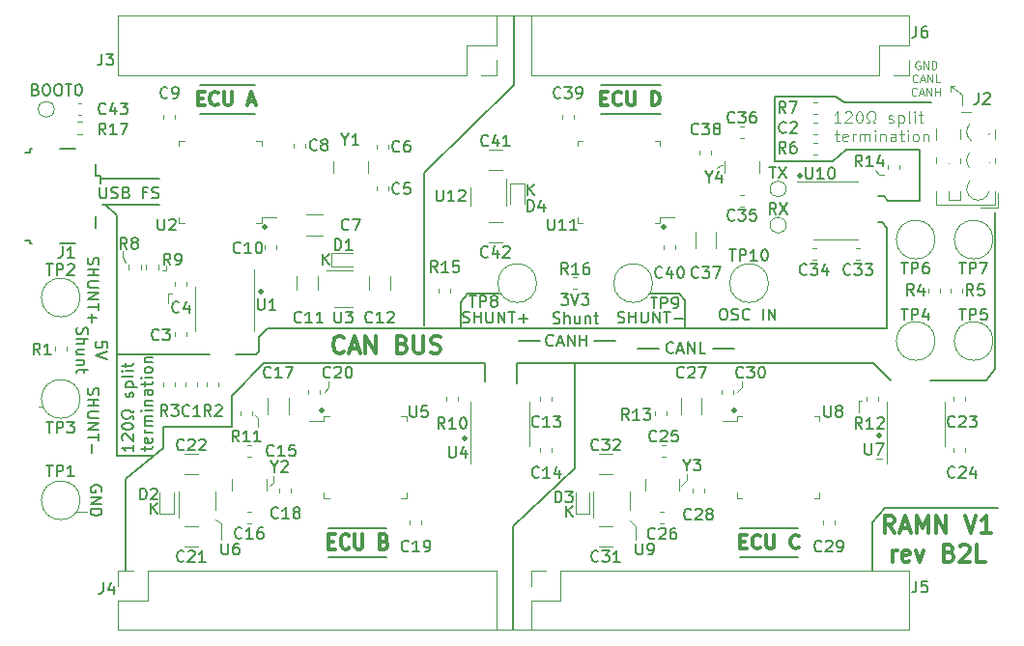
<source format=gbr>
G04 #@! TF.GenerationSoftware,KiCad,Pcbnew,(5.1.9)-1*
G04 #@! TF.CreationDate,2021-06-01T18:20:28+09:00*
G04 #@! TF.ProjectId,ramn,72616d6e-2e6b-4696-9361-645f70636258,rev?*
G04 #@! TF.SameCoordinates,Original*
G04 #@! TF.FileFunction,Legend,Top*
G04 #@! TF.FilePolarity,Positive*
%FSLAX46Y46*%
G04 Gerber Fmt 4.6, Leading zero omitted, Abs format (unit mm)*
G04 Created by KiCad (PCBNEW (5.1.9)-1) date 2021-06-01 18:20:28*
%MOMM*%
%LPD*%
G01*
G04 APERTURE LIST*
%ADD10C,0.120000*%
%ADD11C,0.500000*%
%ADD12C,0.150000*%
%ADD13C,0.200000*%
%ADD14C,0.300000*%
%ADD15C,0.125000*%
%ADD16C,0.100000*%
G04 APERTURE END LIST*
D10*
X67310000Y-75819000D02*
X67310000Y-75311000D01*
X66929000Y-76200000D02*
X67310000Y-75819000D01*
X103505000Y-75819000D02*
X103505000Y-75311000D01*
X103124000Y-76200000D02*
X103505000Y-75819000D01*
X115316000Y-82042000D02*
X115824000Y-82042000D01*
X113792000Y-76962000D02*
X113792000Y-77978000D01*
X114046000Y-76962000D02*
X113792000Y-76962000D01*
X115570000Y-57150000D02*
X115189000Y-56769000D01*
X115951000Y-57150000D02*
X115570000Y-57150000D01*
X53086000Y-65151000D02*
X53086000Y-65532000D01*
X101625400Y-56311800D02*
X101828600Y-56311800D01*
X101346000Y-56591200D02*
X101625400Y-56311800D01*
D11*
X108585000Y-57277000D02*
G75*
G03*
X108585000Y-57277000I0J0D01*
G01*
X115570000Y-80010000D02*
G75*
G03*
X115570000Y-80010000I0J0D01*
G01*
X79248000Y-80264000D02*
G75*
G03*
X79248000Y-80264000I0J0D01*
G01*
X61341000Y-67437000D02*
G75*
G03*
X61341000Y-67437000I0J0D01*
G01*
X61722000Y-61722000D02*
G75*
G03*
X61722000Y-61722000I0J0D01*
G01*
X96647000Y-61722000D02*
G75*
G03*
X96647000Y-61722000I0J0D01*
G01*
X102870000Y-77851000D02*
G75*
G03*
X102870000Y-77851000I0J0D01*
G01*
X66675000Y-77851000D02*
G75*
G03*
X66675000Y-77851000I0J0D01*
G01*
D10*
X98679000Y-83947000D02*
X98552000Y-84074000D01*
X98679000Y-83439000D02*
X98679000Y-83947000D01*
X98552000Y-84074000D02*
X98171000Y-84455000D01*
X61087000Y-78486000D02*
X61087000Y-79248000D01*
X60833000Y-78232000D02*
X61087000Y-78486000D01*
X62484000Y-84201000D02*
X62103000Y-84455000D01*
X62484000Y-83566000D02*
X62484000Y-84201000D01*
D12*
X88130095Y-87193380D02*
X88130095Y-86193380D01*
X88701523Y-87193380D02*
X88272952Y-86621952D01*
X88701523Y-86193380D02*
X88130095Y-86764809D01*
X84701095Y-58999380D02*
X84701095Y-57999380D01*
X85272523Y-58999380D02*
X84843952Y-58427952D01*
X85272523Y-57999380D02*
X84701095Y-58570809D01*
X66794095Y-65095380D02*
X66794095Y-64095380D01*
X67365523Y-65095380D02*
X66936952Y-64523952D01*
X67365523Y-64095380D02*
X66794095Y-64666809D01*
X51681095Y-86939380D02*
X51681095Y-85939380D01*
X52252523Y-86939380D02*
X51823952Y-86367952D01*
X52252523Y-85939380D02*
X51681095Y-86510809D01*
D10*
X53213000Y-67564000D02*
X53594000Y-67564000D01*
X53213000Y-67564000D02*
X53213000Y-68453000D01*
X53086000Y-65532000D02*
X52705000Y-65532000D01*
X49276000Y-64389000D02*
X49530000Y-64897000D01*
X49276000Y-64389000D02*
X49276000Y-63881000D01*
X94234000Y-88011000D02*
X93726000Y-87503000D01*
X94234000Y-89154000D02*
X94234000Y-88011000D01*
X57912000Y-87757000D02*
X57404000Y-87376000D01*
X57912000Y-89154000D02*
X57912000Y-87757000D01*
D13*
X61214000Y-71374000D02*
X61976000Y-70612000D01*
X125730000Y-74168000D02*
X125730000Y-60452000D01*
X119126000Y-59436000D02*
X119126000Y-54991000D01*
X60960000Y-72898000D02*
X59182000Y-72898000D01*
X111760000Y-50292000D02*
X112522000Y-50800000D01*
X106426000Y-50292000D02*
X111760000Y-50292000D01*
X115951000Y-59055000D02*
X116332000Y-59436000D01*
X61214000Y-72644000D02*
X60960000Y-72898000D01*
X48768000Y-60706000D02*
X47752000Y-59817000D01*
X100965000Y-72390000D02*
X102870000Y-72390000D01*
D12*
X97504380Y-72747142D02*
X97456761Y-72794761D01*
X97313904Y-72842380D01*
X97218666Y-72842380D01*
X97075809Y-72794761D01*
X96980571Y-72699523D01*
X96932952Y-72604285D01*
X96885333Y-72413809D01*
X96885333Y-72270952D01*
X96932952Y-72080476D01*
X96980571Y-71985238D01*
X97075809Y-71890000D01*
X97218666Y-71842380D01*
X97313904Y-71842380D01*
X97456761Y-71890000D01*
X97504380Y-71937619D01*
X97885333Y-72556666D02*
X98361523Y-72556666D01*
X97790095Y-72842380D02*
X98123428Y-71842380D01*
X98456761Y-72842380D01*
X98790095Y-72842380D02*
X98790095Y-71842380D01*
X99361523Y-72842380D01*
X99361523Y-71842380D01*
X100313904Y-72842380D02*
X99837714Y-72842380D01*
X99837714Y-71842380D01*
D13*
X94361000Y-72390000D02*
X96266000Y-72390000D01*
X90551000Y-71755000D02*
X92456000Y-71755000D01*
X75692000Y-57023000D02*
X83566000Y-49276000D01*
X108458000Y-90678000D02*
X103378000Y-90678000D01*
D14*
X103375142Y-89322285D02*
X103775142Y-89322285D01*
X103946571Y-89950857D02*
X103375142Y-89950857D01*
X103375142Y-88750857D01*
X103946571Y-88750857D01*
X105146571Y-89836571D02*
X105089428Y-89893714D01*
X104918000Y-89950857D01*
X104803714Y-89950857D01*
X104632285Y-89893714D01*
X104518000Y-89779428D01*
X104460857Y-89665142D01*
X104403714Y-89436571D01*
X104403714Y-89265142D01*
X104460857Y-89036571D01*
X104518000Y-88922285D01*
X104632285Y-88808000D01*
X104803714Y-88750857D01*
X104918000Y-88750857D01*
X105089428Y-88808000D01*
X105146571Y-88865142D01*
X105660857Y-88750857D02*
X105660857Y-89722285D01*
X105718000Y-89836571D01*
X105775142Y-89893714D01*
X105889428Y-89950857D01*
X106118000Y-89950857D01*
X106232285Y-89893714D01*
X106289428Y-89836571D01*
X106346571Y-89722285D01*
X106346571Y-88750857D01*
X108518000Y-89836571D02*
X108460857Y-89893714D01*
X108289428Y-89950857D01*
X108175142Y-89950857D01*
X108003714Y-89893714D01*
X107889428Y-89779428D01*
X107832285Y-89665142D01*
X107775142Y-89436571D01*
X107775142Y-89265142D01*
X107832285Y-89036571D01*
X107889428Y-88922285D01*
X108003714Y-88808000D01*
X108175142Y-88750857D01*
X108289428Y-88750857D01*
X108460857Y-88808000D01*
X108518000Y-88865142D01*
D13*
X103378000Y-88138000D02*
X108458000Y-88138000D01*
D14*
X116900000Y-88557571D02*
X116400000Y-87843285D01*
X116042857Y-88557571D02*
X116042857Y-87057571D01*
X116614285Y-87057571D01*
X116757142Y-87129000D01*
X116828571Y-87200428D01*
X116900000Y-87343285D01*
X116900000Y-87557571D01*
X116828571Y-87700428D01*
X116757142Y-87771857D01*
X116614285Y-87843285D01*
X116042857Y-87843285D01*
X117471428Y-88129000D02*
X118185714Y-88129000D01*
X117328571Y-88557571D02*
X117828571Y-87057571D01*
X118328571Y-88557571D01*
X118828571Y-88557571D02*
X118828571Y-87057571D01*
X119328571Y-88129000D01*
X119828571Y-87057571D01*
X119828571Y-88557571D01*
X120542857Y-88557571D02*
X120542857Y-87057571D01*
X121400000Y-88557571D01*
X121400000Y-87057571D01*
X123042857Y-87057571D02*
X123542857Y-88557571D01*
X124042857Y-87057571D01*
X125328571Y-88557571D02*
X124471428Y-88557571D01*
X124900000Y-88557571D02*
X124900000Y-87057571D01*
X124757142Y-87271857D01*
X124614285Y-87414714D01*
X124471428Y-87486142D01*
X116685714Y-91107571D02*
X116685714Y-90107571D01*
X116685714Y-90393285D02*
X116757142Y-90250428D01*
X116828571Y-90179000D01*
X116971428Y-90107571D01*
X117114285Y-90107571D01*
X118185714Y-91036142D02*
X118042857Y-91107571D01*
X117757142Y-91107571D01*
X117614285Y-91036142D01*
X117542857Y-90893285D01*
X117542857Y-90321857D01*
X117614285Y-90179000D01*
X117757142Y-90107571D01*
X118042857Y-90107571D01*
X118185714Y-90179000D01*
X118257142Y-90321857D01*
X118257142Y-90464714D01*
X117542857Y-90607571D01*
X118757142Y-90107571D02*
X119114285Y-91107571D01*
X119471428Y-90107571D01*
X121685714Y-90321857D02*
X121900000Y-90393285D01*
X121971428Y-90464714D01*
X122042857Y-90607571D01*
X122042857Y-90821857D01*
X121971428Y-90964714D01*
X121900000Y-91036142D01*
X121757142Y-91107571D01*
X121185714Y-91107571D01*
X121185714Y-89607571D01*
X121685714Y-89607571D01*
X121828571Y-89679000D01*
X121900000Y-89750428D01*
X121971428Y-89893285D01*
X121971428Y-90036142D01*
X121900000Y-90179000D01*
X121828571Y-90250428D01*
X121685714Y-90321857D01*
X121185714Y-90321857D01*
X122614285Y-89750428D02*
X122685714Y-89679000D01*
X122828571Y-89607571D01*
X123185714Y-89607571D01*
X123328571Y-89679000D01*
X123400000Y-89750428D01*
X123471428Y-89893285D01*
X123471428Y-90036142D01*
X123400000Y-90250428D01*
X122542857Y-91107571D01*
X123471428Y-91107571D01*
X124828571Y-91107571D02*
X124114285Y-91107571D01*
X124114285Y-89607571D01*
D10*
X121793000Y-49403000D02*
X122174000Y-49403000D01*
X121793000Y-49911000D02*
X121793000Y-49403000D01*
X121793000Y-49403000D02*
X121793000Y-49911000D01*
X122809000Y-50165000D02*
X121793000Y-49403000D01*
X122809000Y-51054000D02*
X122809000Y-50165000D01*
D13*
X83947000Y-71755000D02*
X85852000Y-71755000D01*
X115951000Y-59055000D02*
X115443000Y-59055000D01*
X115824000Y-61341000D02*
X115443000Y-61341000D01*
X116205000Y-61849000D02*
X115824000Y-61341000D01*
X116586000Y-75184000D02*
X115062000Y-73660000D01*
X125730000Y-74168000D02*
X124968000Y-75184000D01*
X88900000Y-73660000D02*
X115062000Y-73660000D01*
X83820000Y-73660000D02*
X88900000Y-73660000D01*
X83820000Y-75438000D02*
X83820000Y-73660000D01*
X81026000Y-73660000D02*
X81026000Y-75311000D01*
X114935000Y-87630000D02*
X114935000Y-91821000D01*
X116078000Y-86360000D02*
X114935000Y-87630000D01*
X116078000Y-86360000D02*
X125984000Y-86360000D01*
X116332000Y-59436000D02*
X119126000Y-59436000D01*
X96393000Y-49276000D02*
X91186000Y-49276000D01*
X91186000Y-51816000D02*
X96393000Y-51816000D01*
D14*
X91183142Y-50460285D02*
X91583142Y-50460285D01*
X91754571Y-51088857D02*
X91183142Y-51088857D01*
X91183142Y-49888857D01*
X91754571Y-49888857D01*
X92954571Y-50974571D02*
X92897428Y-51031714D01*
X92726000Y-51088857D01*
X92611714Y-51088857D01*
X92440285Y-51031714D01*
X92326000Y-50917428D01*
X92268857Y-50803142D01*
X92211714Y-50574571D01*
X92211714Y-50403142D01*
X92268857Y-50174571D01*
X92326000Y-50060285D01*
X92440285Y-49946000D01*
X92611714Y-49888857D01*
X92726000Y-49888857D01*
X92897428Y-49946000D01*
X92954571Y-50003142D01*
X93468857Y-49888857D02*
X93468857Y-50860285D01*
X93526000Y-50974571D01*
X93583142Y-51031714D01*
X93697428Y-51088857D01*
X93926000Y-51088857D01*
X94040285Y-51031714D01*
X94097428Y-50974571D01*
X94154571Y-50860285D01*
X94154571Y-49888857D01*
X95640285Y-51088857D02*
X95640285Y-49888857D01*
X95926000Y-49888857D01*
X96097428Y-49946000D01*
X96211714Y-50060285D01*
X96268857Y-50174571D01*
X96326000Y-50403142D01*
X96326000Y-50574571D01*
X96268857Y-50803142D01*
X96211714Y-50917428D01*
X96097428Y-51031714D01*
X95926000Y-51088857D01*
X95640285Y-51088857D01*
D13*
X60833000Y-51816000D02*
X56007000Y-51816000D01*
X56007000Y-49276000D02*
X60833000Y-49276000D01*
D14*
X55835857Y-50460285D02*
X56235857Y-50460285D01*
X56407285Y-51088857D02*
X55835857Y-51088857D01*
X55835857Y-49888857D01*
X56407285Y-49888857D01*
X57607285Y-50974571D02*
X57550142Y-51031714D01*
X57378714Y-51088857D01*
X57264428Y-51088857D01*
X57093000Y-51031714D01*
X56978714Y-50917428D01*
X56921571Y-50803142D01*
X56864428Y-50574571D01*
X56864428Y-50403142D01*
X56921571Y-50174571D01*
X56978714Y-50060285D01*
X57093000Y-49946000D01*
X57264428Y-49888857D01*
X57378714Y-49888857D01*
X57550142Y-49946000D01*
X57607285Y-50003142D01*
X58121571Y-49888857D02*
X58121571Y-50860285D01*
X58178714Y-50974571D01*
X58235857Y-51031714D01*
X58350142Y-51088857D01*
X58578714Y-51088857D01*
X58693000Y-51031714D01*
X58750142Y-50974571D01*
X58807285Y-50860285D01*
X58807285Y-49888857D01*
X60235857Y-50746000D02*
X60807285Y-50746000D01*
X60121571Y-51088857D02*
X60521571Y-49888857D01*
X60921571Y-51088857D01*
D13*
X98552000Y-68199000D02*
X98552000Y-70485000D01*
X98044000Y-67564000D02*
X98552000Y-68199000D01*
X95504000Y-67564000D02*
X98044000Y-67564000D01*
X78867000Y-68326000D02*
X78867000Y-70485000D01*
X79502000Y-67564000D02*
X78867000Y-68326000D01*
D10*
X45085000Y-86741000D02*
X46101000Y-86741000D01*
D12*
X47363000Y-84963095D02*
X47410619Y-84867857D01*
X47410619Y-84725000D01*
X47363000Y-84582142D01*
X47267761Y-84486904D01*
X47172523Y-84439285D01*
X46982047Y-84391666D01*
X46839190Y-84391666D01*
X46648714Y-84439285D01*
X46553476Y-84486904D01*
X46458238Y-84582142D01*
X46410619Y-84725000D01*
X46410619Y-84820238D01*
X46458238Y-84963095D01*
X46505857Y-85010714D01*
X46839190Y-85010714D01*
X46839190Y-84820238D01*
X46410619Y-85439285D02*
X47410619Y-85439285D01*
X46410619Y-86010714D01*
X47410619Y-86010714D01*
X46410619Y-86486904D02*
X47410619Y-86486904D01*
X47410619Y-86725000D01*
X47363000Y-86867857D01*
X47267761Y-86963095D01*
X47172523Y-87010714D01*
X46982047Y-87058333D01*
X46839190Y-87058333D01*
X46648714Y-87010714D01*
X46553476Y-86963095D01*
X46458238Y-86867857D01*
X46410619Y-86725000D01*
X46410619Y-86486904D01*
D13*
X48768000Y-72898000D02*
X56896000Y-72898000D01*
X48768000Y-81788000D02*
X48768000Y-60706000D01*
X51943000Y-81788000D02*
X48768000Y-81788000D01*
D10*
X83439000Y-97028000D02*
X84963000Y-97028000D01*
X83439000Y-97028000D02*
X82042000Y-97028000D01*
D13*
X52832000Y-81153000D02*
X52832000Y-79248000D01*
X49530000Y-83820000D02*
X52832000Y-81153000D01*
X49530000Y-91821000D02*
X49530000Y-83820000D01*
X82296000Y-67564000D02*
X79502000Y-67564000D01*
D12*
X46204238Y-75882857D02*
X46156619Y-76025714D01*
X46156619Y-76263809D01*
X46204238Y-76359047D01*
X46251857Y-76406666D01*
X46347095Y-76454285D01*
X46442333Y-76454285D01*
X46537571Y-76406666D01*
X46585190Y-76359047D01*
X46632809Y-76263809D01*
X46680428Y-76073333D01*
X46728047Y-75978095D01*
X46775666Y-75930476D01*
X46870904Y-75882857D01*
X46966142Y-75882857D01*
X47061380Y-75930476D01*
X47109000Y-75978095D01*
X47156619Y-76073333D01*
X47156619Y-76311428D01*
X47109000Y-76454285D01*
X46156619Y-76882857D02*
X47156619Y-76882857D01*
X46680428Y-76882857D02*
X46680428Y-77454285D01*
X46156619Y-77454285D02*
X47156619Y-77454285D01*
X47156619Y-77930476D02*
X46347095Y-77930476D01*
X46251857Y-77978095D01*
X46204238Y-78025714D01*
X46156619Y-78120952D01*
X46156619Y-78311428D01*
X46204238Y-78406666D01*
X46251857Y-78454285D01*
X46347095Y-78501904D01*
X47156619Y-78501904D01*
X46156619Y-78978095D02*
X47156619Y-78978095D01*
X46156619Y-79549523D01*
X47156619Y-79549523D01*
X47156619Y-79882857D02*
X47156619Y-80454285D01*
X46156619Y-80168571D02*
X47156619Y-80168571D01*
X46537571Y-80787619D02*
X46537571Y-81549523D01*
X46204238Y-64452857D02*
X46156619Y-64595714D01*
X46156619Y-64833809D01*
X46204238Y-64929047D01*
X46251857Y-64976666D01*
X46347095Y-65024285D01*
X46442333Y-65024285D01*
X46537571Y-64976666D01*
X46585190Y-64929047D01*
X46632809Y-64833809D01*
X46680428Y-64643333D01*
X46728047Y-64548095D01*
X46775666Y-64500476D01*
X46870904Y-64452857D01*
X46966142Y-64452857D01*
X47061380Y-64500476D01*
X47109000Y-64548095D01*
X47156619Y-64643333D01*
X47156619Y-64881428D01*
X47109000Y-65024285D01*
X46156619Y-65452857D02*
X47156619Y-65452857D01*
X46680428Y-65452857D02*
X46680428Y-66024285D01*
X46156619Y-66024285D02*
X47156619Y-66024285D01*
X47156619Y-66500476D02*
X46347095Y-66500476D01*
X46251857Y-66548095D01*
X46204238Y-66595714D01*
X46156619Y-66690952D01*
X46156619Y-66881428D01*
X46204238Y-66976666D01*
X46251857Y-67024285D01*
X46347095Y-67071904D01*
X47156619Y-67071904D01*
X46156619Y-67548095D02*
X47156619Y-67548095D01*
X46156619Y-68119523D01*
X47156619Y-68119523D01*
X47156619Y-68452857D02*
X47156619Y-69024285D01*
X46156619Y-68738571D02*
X47156619Y-68738571D01*
X46537571Y-69357619D02*
X46537571Y-70119523D01*
X46156619Y-69738571D02*
X46918523Y-69738571D01*
D10*
X41910000Y-77470000D02*
X42164000Y-77470000D01*
D12*
X47854619Y-72326523D02*
X47854619Y-71850333D01*
X47378428Y-71802714D01*
X47426047Y-71850333D01*
X47473666Y-71945571D01*
X47473666Y-72183666D01*
X47426047Y-72278904D01*
X47378428Y-72326523D01*
X47283190Y-72374142D01*
X47045095Y-72374142D01*
X46949857Y-72326523D01*
X46902238Y-72278904D01*
X46854619Y-72183666D01*
X46854619Y-71945571D01*
X46902238Y-71850333D01*
X46949857Y-71802714D01*
X47854619Y-72659857D02*
X46854619Y-72993190D01*
X47854619Y-73326523D01*
X45252238Y-70588428D02*
X45204619Y-70731285D01*
X45204619Y-70969380D01*
X45252238Y-71064619D01*
X45299857Y-71112238D01*
X45395095Y-71159857D01*
X45490333Y-71159857D01*
X45585571Y-71112238D01*
X45633190Y-71064619D01*
X45680809Y-70969380D01*
X45728428Y-70778904D01*
X45776047Y-70683666D01*
X45823666Y-70636047D01*
X45918904Y-70588428D01*
X46014142Y-70588428D01*
X46109380Y-70636047D01*
X46157000Y-70683666D01*
X46204619Y-70778904D01*
X46204619Y-71017000D01*
X46157000Y-71159857D01*
X45204619Y-71588428D02*
X46204619Y-71588428D01*
X45204619Y-72017000D02*
X45728428Y-72017000D01*
X45823666Y-71969380D01*
X45871285Y-71874142D01*
X45871285Y-71731285D01*
X45823666Y-71636047D01*
X45776047Y-71588428D01*
X45871285Y-72921761D02*
X45204619Y-72921761D01*
X45871285Y-72493190D02*
X45347476Y-72493190D01*
X45252238Y-72540809D01*
X45204619Y-72636047D01*
X45204619Y-72778904D01*
X45252238Y-72874142D01*
X45299857Y-72921761D01*
X45871285Y-73397952D02*
X45204619Y-73397952D01*
X45776047Y-73397952D02*
X45823666Y-73445571D01*
X45871285Y-73540809D01*
X45871285Y-73683666D01*
X45823666Y-73778904D01*
X45728428Y-73826523D01*
X45204619Y-73826523D01*
X45871285Y-74159857D02*
X45871285Y-74540809D01*
X46204619Y-74302714D02*
X45347476Y-74302714D01*
X45252238Y-74350333D01*
X45204619Y-74445571D01*
X45204619Y-74540809D01*
X87661904Y-67588380D02*
X88280952Y-67588380D01*
X87947619Y-67969333D01*
X88090476Y-67969333D01*
X88185714Y-68016952D01*
X88233333Y-68064571D01*
X88280952Y-68159809D01*
X88280952Y-68397904D01*
X88233333Y-68493142D01*
X88185714Y-68540761D01*
X88090476Y-68588380D01*
X87804761Y-68588380D01*
X87709523Y-68540761D01*
X87661904Y-68493142D01*
X88566666Y-67588380D02*
X88900000Y-68588380D01*
X89233333Y-67588380D01*
X89471428Y-67588380D02*
X90090476Y-67588380D01*
X89757142Y-67969333D01*
X89900000Y-67969333D01*
X89995238Y-68016952D01*
X90042857Y-68064571D01*
X90090476Y-68159809D01*
X90090476Y-68397904D01*
X90042857Y-68493142D01*
X89995238Y-68540761D01*
X89900000Y-68588380D01*
X89614285Y-68588380D01*
X89519047Y-68540761D01*
X89471428Y-68493142D01*
X86971428Y-70190761D02*
X87114285Y-70238380D01*
X87352380Y-70238380D01*
X87447619Y-70190761D01*
X87495238Y-70143142D01*
X87542857Y-70047904D01*
X87542857Y-69952666D01*
X87495238Y-69857428D01*
X87447619Y-69809809D01*
X87352380Y-69762190D01*
X87161904Y-69714571D01*
X87066666Y-69666952D01*
X87019047Y-69619333D01*
X86971428Y-69524095D01*
X86971428Y-69428857D01*
X87019047Y-69333619D01*
X87066666Y-69286000D01*
X87161904Y-69238380D01*
X87400000Y-69238380D01*
X87542857Y-69286000D01*
X87971428Y-70238380D02*
X87971428Y-69238380D01*
X88400000Y-70238380D02*
X88400000Y-69714571D01*
X88352380Y-69619333D01*
X88257142Y-69571714D01*
X88114285Y-69571714D01*
X88019047Y-69619333D01*
X87971428Y-69666952D01*
X89304761Y-69571714D02*
X89304761Y-70238380D01*
X88876190Y-69571714D02*
X88876190Y-70095523D01*
X88923809Y-70190761D01*
X89019047Y-70238380D01*
X89161904Y-70238380D01*
X89257142Y-70190761D01*
X89304761Y-70143142D01*
X89780952Y-69571714D02*
X89780952Y-70238380D01*
X89780952Y-69666952D02*
X89828571Y-69619333D01*
X89923809Y-69571714D01*
X90066666Y-69571714D01*
X90161904Y-69619333D01*
X90209523Y-69714571D01*
X90209523Y-70238380D01*
X90542857Y-69571714D02*
X90923809Y-69571714D01*
X90685714Y-69238380D02*
X90685714Y-70095523D01*
X90733333Y-70190761D01*
X90828571Y-70238380D01*
X90923809Y-70238380D01*
X79057857Y-70127761D02*
X79200714Y-70175380D01*
X79438809Y-70175380D01*
X79534047Y-70127761D01*
X79581666Y-70080142D01*
X79629285Y-69984904D01*
X79629285Y-69889666D01*
X79581666Y-69794428D01*
X79534047Y-69746809D01*
X79438809Y-69699190D01*
X79248333Y-69651571D01*
X79153095Y-69603952D01*
X79105476Y-69556333D01*
X79057857Y-69461095D01*
X79057857Y-69365857D01*
X79105476Y-69270619D01*
X79153095Y-69223000D01*
X79248333Y-69175380D01*
X79486428Y-69175380D01*
X79629285Y-69223000D01*
X80057857Y-70175380D02*
X80057857Y-69175380D01*
X80057857Y-69651571D02*
X80629285Y-69651571D01*
X80629285Y-70175380D02*
X80629285Y-69175380D01*
X81105476Y-69175380D02*
X81105476Y-69984904D01*
X81153095Y-70080142D01*
X81200714Y-70127761D01*
X81295952Y-70175380D01*
X81486428Y-70175380D01*
X81581666Y-70127761D01*
X81629285Y-70080142D01*
X81676904Y-69984904D01*
X81676904Y-69175380D01*
X82153095Y-70175380D02*
X82153095Y-69175380D01*
X82724523Y-70175380D01*
X82724523Y-69175380D01*
X83057857Y-69175380D02*
X83629285Y-69175380D01*
X83343571Y-70175380D02*
X83343571Y-69175380D01*
X83962619Y-69794428D02*
X84724523Y-69794428D01*
X84343571Y-70175380D02*
X84343571Y-69413476D01*
X92646857Y-70127761D02*
X92789714Y-70175380D01*
X93027809Y-70175380D01*
X93123047Y-70127761D01*
X93170666Y-70080142D01*
X93218285Y-69984904D01*
X93218285Y-69889666D01*
X93170666Y-69794428D01*
X93123047Y-69746809D01*
X93027809Y-69699190D01*
X92837333Y-69651571D01*
X92742095Y-69603952D01*
X92694476Y-69556333D01*
X92646857Y-69461095D01*
X92646857Y-69365857D01*
X92694476Y-69270619D01*
X92742095Y-69223000D01*
X92837333Y-69175380D01*
X93075428Y-69175380D01*
X93218285Y-69223000D01*
X93646857Y-70175380D02*
X93646857Y-69175380D01*
X93646857Y-69651571D02*
X94218285Y-69651571D01*
X94218285Y-70175380D02*
X94218285Y-69175380D01*
X94694476Y-69175380D02*
X94694476Y-69984904D01*
X94742095Y-70080142D01*
X94789714Y-70127761D01*
X94884952Y-70175380D01*
X95075428Y-70175380D01*
X95170666Y-70127761D01*
X95218285Y-70080142D01*
X95265904Y-69984904D01*
X95265904Y-69175380D01*
X95742095Y-70175380D02*
X95742095Y-69175380D01*
X96313523Y-70175380D01*
X96313523Y-69175380D01*
X96646857Y-69175380D02*
X97218285Y-69175380D01*
X96932571Y-70175380D02*
X96932571Y-69175380D01*
X97551619Y-69794428D02*
X98313523Y-69794428D01*
X101798714Y-68921380D02*
X101989190Y-68921380D01*
X102084428Y-68969000D01*
X102179666Y-69064238D01*
X102227285Y-69254714D01*
X102227285Y-69588047D01*
X102179666Y-69778523D01*
X102084428Y-69873761D01*
X101989190Y-69921380D01*
X101798714Y-69921380D01*
X101703476Y-69873761D01*
X101608238Y-69778523D01*
X101560619Y-69588047D01*
X101560619Y-69254714D01*
X101608238Y-69064238D01*
X101703476Y-68969000D01*
X101798714Y-68921380D01*
X102608238Y-69873761D02*
X102751095Y-69921380D01*
X102989190Y-69921380D01*
X103084428Y-69873761D01*
X103132047Y-69826142D01*
X103179666Y-69730904D01*
X103179666Y-69635666D01*
X103132047Y-69540428D01*
X103084428Y-69492809D01*
X102989190Y-69445190D01*
X102798714Y-69397571D01*
X102703476Y-69349952D01*
X102655857Y-69302333D01*
X102608238Y-69207095D01*
X102608238Y-69111857D01*
X102655857Y-69016619D01*
X102703476Y-68969000D01*
X102798714Y-68921380D01*
X103036809Y-68921380D01*
X103179666Y-68969000D01*
X104179666Y-69826142D02*
X104132047Y-69873761D01*
X103989190Y-69921380D01*
X103893952Y-69921380D01*
X103751095Y-69873761D01*
X103655857Y-69778523D01*
X103608238Y-69683285D01*
X103560619Y-69492809D01*
X103560619Y-69349952D01*
X103608238Y-69159476D01*
X103655857Y-69064238D01*
X103751095Y-68969000D01*
X103893952Y-68921380D01*
X103989190Y-68921380D01*
X104132047Y-68969000D01*
X104179666Y-69016619D01*
X105370142Y-69921380D02*
X105370142Y-68921380D01*
X105846333Y-69921380D02*
X105846333Y-68921380D01*
X106417761Y-69921380D01*
X106417761Y-68921380D01*
D15*
X119100666Y-47243000D02*
X119034000Y-47209666D01*
X118934000Y-47209666D01*
X118834000Y-47243000D01*
X118767333Y-47309666D01*
X118734000Y-47376333D01*
X118700666Y-47509666D01*
X118700666Y-47609666D01*
X118734000Y-47743000D01*
X118767333Y-47809666D01*
X118834000Y-47876333D01*
X118934000Y-47909666D01*
X119000666Y-47909666D01*
X119100666Y-47876333D01*
X119134000Y-47843000D01*
X119134000Y-47609666D01*
X119000666Y-47609666D01*
X119434000Y-47909666D02*
X119434000Y-47209666D01*
X119834000Y-47909666D01*
X119834000Y-47209666D01*
X120167333Y-47909666D02*
X120167333Y-47209666D01*
X120334000Y-47209666D01*
X120434000Y-47243000D01*
X120500666Y-47309666D01*
X120534000Y-47376333D01*
X120567333Y-47509666D01*
X120567333Y-47609666D01*
X120534000Y-47743000D01*
X120500666Y-47809666D01*
X120434000Y-47876333D01*
X120334000Y-47909666D01*
X120167333Y-47909666D01*
X118900666Y-49018000D02*
X118867333Y-49051333D01*
X118767333Y-49084666D01*
X118700666Y-49084666D01*
X118600666Y-49051333D01*
X118534000Y-48984666D01*
X118500666Y-48918000D01*
X118467333Y-48784666D01*
X118467333Y-48684666D01*
X118500666Y-48551333D01*
X118534000Y-48484666D01*
X118600666Y-48418000D01*
X118700666Y-48384666D01*
X118767333Y-48384666D01*
X118867333Y-48418000D01*
X118900666Y-48451333D01*
X119167333Y-48884666D02*
X119500666Y-48884666D01*
X119100666Y-49084666D02*
X119334000Y-48384666D01*
X119567333Y-49084666D01*
X119800666Y-49084666D02*
X119800666Y-48384666D01*
X120200666Y-49084666D01*
X120200666Y-48384666D01*
X120867333Y-49084666D02*
X120534000Y-49084666D01*
X120534000Y-48384666D01*
X118817333Y-50193000D02*
X118784000Y-50226333D01*
X118684000Y-50259666D01*
X118617333Y-50259666D01*
X118517333Y-50226333D01*
X118450666Y-50159666D01*
X118417333Y-50093000D01*
X118384000Y-49959666D01*
X118384000Y-49859666D01*
X118417333Y-49726333D01*
X118450666Y-49659666D01*
X118517333Y-49593000D01*
X118617333Y-49559666D01*
X118684000Y-49559666D01*
X118784000Y-49593000D01*
X118817333Y-49626333D01*
X119084000Y-50059666D02*
X119417333Y-50059666D01*
X119017333Y-50259666D02*
X119250666Y-49559666D01*
X119484000Y-50259666D01*
X119717333Y-50259666D02*
X119717333Y-49559666D01*
X120117333Y-50259666D01*
X120117333Y-49559666D01*
X120450666Y-50259666D02*
X120450666Y-49559666D01*
X120450666Y-49893000D02*
X120850666Y-49893000D01*
X120850666Y-50259666D02*
X120850666Y-49559666D01*
D12*
X86971333Y-72112142D02*
X86923714Y-72159761D01*
X86780857Y-72207380D01*
X86685619Y-72207380D01*
X86542761Y-72159761D01*
X86447523Y-72064523D01*
X86399904Y-71969285D01*
X86352285Y-71778809D01*
X86352285Y-71635952D01*
X86399904Y-71445476D01*
X86447523Y-71350238D01*
X86542761Y-71255000D01*
X86685619Y-71207380D01*
X86780857Y-71207380D01*
X86923714Y-71255000D01*
X86971333Y-71302619D01*
X87352285Y-71921666D02*
X87828476Y-71921666D01*
X87257047Y-72207380D02*
X87590380Y-71207380D01*
X87923714Y-72207380D01*
X88257047Y-72207380D02*
X88257047Y-71207380D01*
X88828476Y-72207380D01*
X88828476Y-71207380D01*
X89304666Y-72207380D02*
X89304666Y-71207380D01*
X89304666Y-71683571D02*
X89876095Y-71683571D01*
X89876095Y-72207380D02*
X89876095Y-71207380D01*
D14*
X68604285Y-72671714D02*
X68532857Y-72743142D01*
X68318571Y-72814571D01*
X68175714Y-72814571D01*
X67961428Y-72743142D01*
X67818571Y-72600285D01*
X67747142Y-72457428D01*
X67675714Y-72171714D01*
X67675714Y-71957428D01*
X67747142Y-71671714D01*
X67818571Y-71528857D01*
X67961428Y-71386000D01*
X68175714Y-71314571D01*
X68318571Y-71314571D01*
X68532857Y-71386000D01*
X68604285Y-71457428D01*
X69175714Y-72386000D02*
X69890000Y-72386000D01*
X69032857Y-72814571D02*
X69532857Y-71314571D01*
X70032857Y-72814571D01*
X70532857Y-72814571D02*
X70532857Y-71314571D01*
X71390000Y-72814571D01*
X71390000Y-71314571D01*
X73747142Y-72028857D02*
X73961428Y-72100285D01*
X74032857Y-72171714D01*
X74104285Y-72314571D01*
X74104285Y-72528857D01*
X74032857Y-72671714D01*
X73961428Y-72743142D01*
X73818571Y-72814571D01*
X73247142Y-72814571D01*
X73247142Y-71314571D01*
X73747142Y-71314571D01*
X73890000Y-71386000D01*
X73961428Y-71457428D01*
X74032857Y-71600285D01*
X74032857Y-71743142D01*
X73961428Y-71886000D01*
X73890000Y-71957428D01*
X73747142Y-72028857D01*
X73247142Y-72028857D01*
X74747142Y-71314571D02*
X74747142Y-72528857D01*
X74818571Y-72671714D01*
X74890000Y-72743142D01*
X75032857Y-72814571D01*
X75318571Y-72814571D01*
X75461428Y-72743142D01*
X75532857Y-72671714D01*
X75604285Y-72528857D01*
X75604285Y-71314571D01*
X76247142Y-72743142D02*
X76461428Y-72814571D01*
X76818571Y-72814571D01*
X76961428Y-72743142D01*
X77032857Y-72671714D01*
X77104285Y-72528857D01*
X77104285Y-72386000D01*
X77032857Y-72243142D01*
X76961428Y-72171714D01*
X76818571Y-72100285D01*
X76532857Y-72028857D01*
X76390000Y-71957428D01*
X76318571Y-71886000D01*
X76247142Y-71743142D01*
X76247142Y-71600285D01*
X76318571Y-71457428D01*
X76390000Y-71386000D01*
X76532857Y-71314571D01*
X76890000Y-71314571D01*
X77104285Y-71386000D01*
D12*
X47236380Y-58253380D02*
X47236380Y-59062904D01*
X47284000Y-59158142D01*
X47331619Y-59205761D01*
X47426857Y-59253380D01*
X47617333Y-59253380D01*
X47712571Y-59205761D01*
X47760190Y-59158142D01*
X47807809Y-59062904D01*
X47807809Y-58253380D01*
X48236380Y-59205761D02*
X48379238Y-59253380D01*
X48617333Y-59253380D01*
X48712571Y-59205761D01*
X48760190Y-59158142D01*
X48807809Y-59062904D01*
X48807809Y-58967666D01*
X48760190Y-58872428D01*
X48712571Y-58824809D01*
X48617333Y-58777190D01*
X48426857Y-58729571D01*
X48331619Y-58681952D01*
X48284000Y-58634333D01*
X48236380Y-58539095D01*
X48236380Y-58443857D01*
X48284000Y-58348619D01*
X48331619Y-58301000D01*
X48426857Y-58253380D01*
X48664952Y-58253380D01*
X48807809Y-58301000D01*
X49569714Y-58729571D02*
X49712571Y-58777190D01*
X49760190Y-58824809D01*
X49807809Y-58920047D01*
X49807809Y-59062904D01*
X49760190Y-59158142D01*
X49712571Y-59205761D01*
X49617333Y-59253380D01*
X49236380Y-59253380D01*
X49236380Y-58253380D01*
X49569714Y-58253380D01*
X49664952Y-58301000D01*
X49712571Y-58348619D01*
X49760190Y-58443857D01*
X49760190Y-58539095D01*
X49712571Y-58634333D01*
X49664952Y-58681952D01*
X49569714Y-58729571D01*
X49236380Y-58729571D01*
X51331619Y-58729571D02*
X50998285Y-58729571D01*
X50998285Y-59253380D02*
X50998285Y-58253380D01*
X51474476Y-58253380D01*
X51807809Y-59205761D02*
X51950666Y-59253380D01*
X52188761Y-59253380D01*
X52284000Y-59205761D01*
X52331619Y-59158142D01*
X52379238Y-59062904D01*
X52379238Y-58967666D01*
X52331619Y-58872428D01*
X52284000Y-58824809D01*
X52188761Y-58777190D01*
X51998285Y-58729571D01*
X51903047Y-58681952D01*
X51855428Y-58634333D01*
X51807809Y-58539095D01*
X51807809Y-58443857D01*
X51855428Y-58348619D01*
X51903047Y-58301000D01*
X51998285Y-58253380D01*
X52236380Y-58253380D01*
X52379238Y-58301000D01*
D13*
X52451000Y-59817000D02*
X47498000Y-59817000D01*
X52451000Y-57531000D02*
X47371000Y-57531000D01*
X72390000Y-90678000D02*
X67310000Y-90678000D01*
X67310000Y-88138000D02*
X72390000Y-88138000D01*
D14*
X67307142Y-89315142D02*
X67707142Y-89315142D01*
X67878571Y-89996095D02*
X67307142Y-89996095D01*
X67307142Y-88696095D01*
X67878571Y-88696095D01*
X69078571Y-89872285D02*
X69021428Y-89934190D01*
X68850000Y-89996095D01*
X68735714Y-89996095D01*
X68564285Y-89934190D01*
X68450000Y-89810380D01*
X68392857Y-89686571D01*
X68335714Y-89438952D01*
X68335714Y-89253238D01*
X68392857Y-89005619D01*
X68450000Y-88881809D01*
X68564285Y-88758000D01*
X68735714Y-88696095D01*
X68850000Y-88696095D01*
X69021428Y-88758000D01*
X69078571Y-88819904D01*
X69592857Y-88696095D02*
X69592857Y-89748476D01*
X69650000Y-89872285D01*
X69707142Y-89934190D01*
X69821428Y-89996095D01*
X70050000Y-89996095D01*
X70164285Y-89934190D01*
X70221428Y-89872285D01*
X70278571Y-89748476D01*
X70278571Y-88696095D01*
X72164285Y-89315142D02*
X72335714Y-89377047D01*
X72392857Y-89438952D01*
X72450000Y-89562761D01*
X72450000Y-89748476D01*
X72392857Y-89872285D01*
X72335714Y-89934190D01*
X72221428Y-89996095D01*
X71764285Y-89996095D01*
X71764285Y-88696095D01*
X72164285Y-88696095D01*
X72278571Y-88758000D01*
X72335714Y-88819904D01*
X72392857Y-88943714D01*
X72392857Y-89067523D01*
X72335714Y-89191333D01*
X72278571Y-89253238D01*
X72164285Y-89315142D01*
X71764285Y-89315142D01*
D15*
X112181142Y-52624280D02*
X111609714Y-52624280D01*
X111895428Y-52624280D02*
X111895428Y-51624280D01*
X111800190Y-51767138D01*
X111704952Y-51862376D01*
X111609714Y-51909995D01*
X112562095Y-51719519D02*
X112609714Y-51671900D01*
X112704952Y-51624280D01*
X112943047Y-51624280D01*
X113038285Y-51671900D01*
X113085904Y-51719519D01*
X113133523Y-51814757D01*
X113133523Y-51909995D01*
X113085904Y-52052852D01*
X112514476Y-52624280D01*
X113133523Y-52624280D01*
X113752571Y-51624280D02*
X113847809Y-51624280D01*
X113943047Y-51671900D01*
X113990666Y-51719519D01*
X114038285Y-51814757D01*
X114085904Y-52005233D01*
X114085904Y-52243328D01*
X114038285Y-52433804D01*
X113990666Y-52529042D01*
X113943047Y-52576661D01*
X113847809Y-52624280D01*
X113752571Y-52624280D01*
X113657333Y-52576661D01*
X113609714Y-52529042D01*
X113562095Y-52433804D01*
X113514476Y-52243328D01*
X113514476Y-52005233D01*
X113562095Y-51814757D01*
X113609714Y-51719519D01*
X113657333Y-51671900D01*
X113752571Y-51624280D01*
X114466857Y-52624280D02*
X114704952Y-52624280D01*
X114704952Y-52433804D01*
X114609714Y-52386185D01*
X114514476Y-52290947D01*
X114466857Y-52148090D01*
X114466857Y-51909995D01*
X114514476Y-51767138D01*
X114609714Y-51671900D01*
X114752571Y-51624280D01*
X114943047Y-51624280D01*
X115085904Y-51671900D01*
X115181142Y-51767138D01*
X115228761Y-51909995D01*
X115228761Y-52148090D01*
X115181142Y-52290947D01*
X115085904Y-52386185D01*
X114990666Y-52433804D01*
X114990666Y-52624280D01*
X115228761Y-52624280D01*
X116371619Y-52576661D02*
X116466857Y-52624280D01*
X116657333Y-52624280D01*
X116752571Y-52576661D01*
X116800190Y-52481423D01*
X116800190Y-52433804D01*
X116752571Y-52338566D01*
X116657333Y-52290947D01*
X116514476Y-52290947D01*
X116419238Y-52243328D01*
X116371619Y-52148090D01*
X116371619Y-52100471D01*
X116419238Y-52005233D01*
X116514476Y-51957614D01*
X116657333Y-51957614D01*
X116752571Y-52005233D01*
X117228761Y-51957614D02*
X117228761Y-52957614D01*
X117228761Y-52005233D02*
X117324000Y-51957614D01*
X117514476Y-51957614D01*
X117609714Y-52005233D01*
X117657333Y-52052852D01*
X117704952Y-52148090D01*
X117704952Y-52433804D01*
X117657333Y-52529042D01*
X117609714Y-52576661D01*
X117514476Y-52624280D01*
X117324000Y-52624280D01*
X117228761Y-52576661D01*
X118276380Y-52624280D02*
X118181142Y-52576661D01*
X118133523Y-52481423D01*
X118133523Y-51624280D01*
X118657333Y-52624280D02*
X118657333Y-51957614D01*
X118657333Y-51624280D02*
X118609714Y-51671900D01*
X118657333Y-51719519D01*
X118704952Y-51671900D01*
X118657333Y-51624280D01*
X118657333Y-51719519D01*
X118990666Y-51957614D02*
X119371619Y-51957614D01*
X119133523Y-51624280D02*
X119133523Y-52481423D01*
X119181142Y-52576661D01*
X119276380Y-52624280D01*
X119371619Y-52624280D01*
X111657333Y-53582614D02*
X112038285Y-53582614D01*
X111800190Y-53249280D02*
X111800190Y-54106423D01*
X111847809Y-54201661D01*
X111943047Y-54249280D01*
X112038285Y-54249280D01*
X112752571Y-54201661D02*
X112657333Y-54249280D01*
X112466857Y-54249280D01*
X112371619Y-54201661D01*
X112324000Y-54106423D01*
X112324000Y-53725471D01*
X112371619Y-53630233D01*
X112466857Y-53582614D01*
X112657333Y-53582614D01*
X112752571Y-53630233D01*
X112800190Y-53725471D01*
X112800190Y-53820709D01*
X112324000Y-53915947D01*
X113228761Y-54249280D02*
X113228761Y-53582614D01*
X113228761Y-53773090D02*
X113276380Y-53677852D01*
X113324000Y-53630233D01*
X113419238Y-53582614D01*
X113514476Y-53582614D01*
X113847809Y-54249280D02*
X113847809Y-53582614D01*
X113847809Y-53677852D02*
X113895428Y-53630233D01*
X113990666Y-53582614D01*
X114133523Y-53582614D01*
X114228761Y-53630233D01*
X114276380Y-53725471D01*
X114276380Y-54249280D01*
X114276380Y-53725471D02*
X114324000Y-53630233D01*
X114419238Y-53582614D01*
X114562095Y-53582614D01*
X114657333Y-53630233D01*
X114704952Y-53725471D01*
X114704952Y-54249280D01*
X115181142Y-54249280D02*
X115181142Y-53582614D01*
X115181142Y-53249280D02*
X115133523Y-53296900D01*
X115181142Y-53344519D01*
X115228761Y-53296900D01*
X115181142Y-53249280D01*
X115181142Y-53344519D01*
X115657333Y-53582614D02*
X115657333Y-54249280D01*
X115657333Y-53677852D02*
X115704952Y-53630233D01*
X115800190Y-53582614D01*
X115943047Y-53582614D01*
X116038285Y-53630233D01*
X116085904Y-53725471D01*
X116085904Y-54249280D01*
X116990666Y-54249280D02*
X116990666Y-53725471D01*
X116943047Y-53630233D01*
X116847809Y-53582614D01*
X116657333Y-53582614D01*
X116562095Y-53630233D01*
X116990666Y-54201661D02*
X116895428Y-54249280D01*
X116657333Y-54249280D01*
X116562095Y-54201661D01*
X116514476Y-54106423D01*
X116514476Y-54011185D01*
X116562095Y-53915947D01*
X116657333Y-53868328D01*
X116895428Y-53868328D01*
X116990666Y-53820709D01*
X117324000Y-53582614D02*
X117704952Y-53582614D01*
X117466857Y-53249280D02*
X117466857Y-54106423D01*
X117514476Y-54201661D01*
X117609714Y-54249280D01*
X117704952Y-54249280D01*
X118038285Y-54249280D02*
X118038285Y-53582614D01*
X118038285Y-53249280D02*
X117990666Y-53296900D01*
X118038285Y-53344519D01*
X118085904Y-53296900D01*
X118038285Y-53249280D01*
X118038285Y-53344519D01*
X118657333Y-54249280D02*
X118562095Y-54201661D01*
X118514476Y-54154042D01*
X118466857Y-54058804D01*
X118466857Y-53773090D01*
X118514476Y-53677852D01*
X118562095Y-53630233D01*
X118657333Y-53582614D01*
X118800190Y-53582614D01*
X118895428Y-53630233D01*
X118943047Y-53677852D01*
X118990666Y-53773090D01*
X118990666Y-54058804D01*
X118943047Y-54154042D01*
X118895428Y-54201661D01*
X118800190Y-54249280D01*
X118657333Y-54249280D01*
X119419238Y-53582614D02*
X119419238Y-54249280D01*
X119419238Y-53677852D02*
X119466857Y-53630233D01*
X119562095Y-53582614D01*
X119704952Y-53582614D01*
X119800190Y-53630233D01*
X119847809Y-53725471D01*
X119847809Y-54249280D01*
D12*
X50173380Y-80858857D02*
X50173380Y-81430285D01*
X50173380Y-81144571D02*
X49173380Y-81144571D01*
X49316238Y-81239809D01*
X49411476Y-81335047D01*
X49459095Y-81430285D01*
X49268619Y-80477904D02*
X49221000Y-80430285D01*
X49173380Y-80335047D01*
X49173380Y-80096952D01*
X49221000Y-80001714D01*
X49268619Y-79954095D01*
X49363857Y-79906476D01*
X49459095Y-79906476D01*
X49601952Y-79954095D01*
X50173380Y-80525523D01*
X50173380Y-79906476D01*
X49173380Y-79287428D02*
X49173380Y-79192190D01*
X49221000Y-79096952D01*
X49268619Y-79049333D01*
X49363857Y-79001714D01*
X49554333Y-78954095D01*
X49792428Y-78954095D01*
X49982904Y-79001714D01*
X50078142Y-79049333D01*
X50125761Y-79096952D01*
X50173380Y-79192190D01*
X50173380Y-79287428D01*
X50125761Y-79382666D01*
X50078142Y-79430285D01*
X49982904Y-79477904D01*
X49792428Y-79525523D01*
X49554333Y-79525523D01*
X49363857Y-79477904D01*
X49268619Y-79430285D01*
X49221000Y-79382666D01*
X49173380Y-79287428D01*
X50173380Y-78573142D02*
X50173380Y-78335047D01*
X49982904Y-78335047D01*
X49935285Y-78430285D01*
X49840047Y-78525523D01*
X49697190Y-78573142D01*
X49459095Y-78573142D01*
X49316238Y-78525523D01*
X49221000Y-78430285D01*
X49173380Y-78287428D01*
X49173380Y-78096952D01*
X49221000Y-77954095D01*
X49316238Y-77858857D01*
X49459095Y-77811238D01*
X49697190Y-77811238D01*
X49840047Y-77858857D01*
X49935285Y-77954095D01*
X49982904Y-78049333D01*
X50173380Y-78049333D01*
X50173380Y-77811238D01*
X50125761Y-76668380D02*
X50173380Y-76573142D01*
X50173380Y-76382666D01*
X50125761Y-76287428D01*
X50030523Y-76239809D01*
X49982904Y-76239809D01*
X49887666Y-76287428D01*
X49840047Y-76382666D01*
X49840047Y-76525523D01*
X49792428Y-76620761D01*
X49697190Y-76668380D01*
X49649571Y-76668380D01*
X49554333Y-76620761D01*
X49506714Y-76525523D01*
X49506714Y-76382666D01*
X49554333Y-76287428D01*
X49506714Y-75811238D02*
X50506714Y-75811238D01*
X49554333Y-75811238D02*
X49506714Y-75716000D01*
X49506714Y-75525523D01*
X49554333Y-75430285D01*
X49601952Y-75382666D01*
X49697190Y-75335047D01*
X49982904Y-75335047D01*
X50078142Y-75382666D01*
X50125761Y-75430285D01*
X50173380Y-75525523D01*
X50173380Y-75716000D01*
X50125761Y-75811238D01*
X50173380Y-74763619D02*
X50125761Y-74858857D01*
X50030523Y-74906476D01*
X49173380Y-74906476D01*
X50173380Y-74382666D02*
X49506714Y-74382666D01*
X49173380Y-74382666D02*
X49221000Y-74430285D01*
X49268619Y-74382666D01*
X49221000Y-74335047D01*
X49173380Y-74382666D01*
X49268619Y-74382666D01*
X49506714Y-74049333D02*
X49506714Y-73668380D01*
X49173380Y-73906476D02*
X50030523Y-73906476D01*
X50125761Y-73858857D01*
X50173380Y-73763619D01*
X50173380Y-73668380D01*
X51156714Y-81382666D02*
X51156714Y-81001714D01*
X50823380Y-81239809D02*
X51680523Y-81239809D01*
X51775761Y-81192190D01*
X51823380Y-81096952D01*
X51823380Y-81001714D01*
X51775761Y-80287428D02*
X51823380Y-80382666D01*
X51823380Y-80573142D01*
X51775761Y-80668380D01*
X51680523Y-80716000D01*
X51299571Y-80716000D01*
X51204333Y-80668380D01*
X51156714Y-80573142D01*
X51156714Y-80382666D01*
X51204333Y-80287428D01*
X51299571Y-80239809D01*
X51394809Y-80239809D01*
X51490047Y-80716000D01*
X51823380Y-79811238D02*
X51156714Y-79811238D01*
X51347190Y-79811238D02*
X51251952Y-79763619D01*
X51204333Y-79716000D01*
X51156714Y-79620761D01*
X51156714Y-79525523D01*
X51823380Y-79192190D02*
X51156714Y-79192190D01*
X51251952Y-79192190D02*
X51204333Y-79144571D01*
X51156714Y-79049333D01*
X51156714Y-78906476D01*
X51204333Y-78811238D01*
X51299571Y-78763619D01*
X51823380Y-78763619D01*
X51299571Y-78763619D02*
X51204333Y-78716000D01*
X51156714Y-78620761D01*
X51156714Y-78477904D01*
X51204333Y-78382666D01*
X51299571Y-78335047D01*
X51823380Y-78335047D01*
X51823380Y-77858857D02*
X51156714Y-77858857D01*
X50823380Y-77858857D02*
X50871000Y-77906476D01*
X50918619Y-77858857D01*
X50871000Y-77811238D01*
X50823380Y-77858857D01*
X50918619Y-77858857D01*
X51156714Y-77382666D02*
X51823380Y-77382666D01*
X51251952Y-77382666D02*
X51204333Y-77335047D01*
X51156714Y-77239809D01*
X51156714Y-77096952D01*
X51204333Y-77001714D01*
X51299571Y-76954095D01*
X51823380Y-76954095D01*
X51823380Y-76049333D02*
X51299571Y-76049333D01*
X51204333Y-76096952D01*
X51156714Y-76192190D01*
X51156714Y-76382666D01*
X51204333Y-76477904D01*
X51775761Y-76049333D02*
X51823380Y-76144571D01*
X51823380Y-76382666D01*
X51775761Y-76477904D01*
X51680523Y-76525523D01*
X51585285Y-76525523D01*
X51490047Y-76477904D01*
X51442428Y-76382666D01*
X51442428Y-76144571D01*
X51394809Y-76049333D01*
X51156714Y-75716000D02*
X51156714Y-75335047D01*
X50823380Y-75573142D02*
X51680523Y-75573142D01*
X51775761Y-75525523D01*
X51823380Y-75430285D01*
X51823380Y-75335047D01*
X51823380Y-75001714D02*
X51156714Y-75001714D01*
X50823380Y-75001714D02*
X50871000Y-75049333D01*
X50918619Y-75001714D01*
X50871000Y-74954095D01*
X50823380Y-75001714D01*
X50918619Y-75001714D01*
X51823380Y-74382666D02*
X51775761Y-74477904D01*
X51728142Y-74525523D01*
X51632904Y-74573142D01*
X51347190Y-74573142D01*
X51251952Y-74525523D01*
X51204333Y-74477904D01*
X51156714Y-74382666D01*
X51156714Y-74239809D01*
X51204333Y-74144571D01*
X51251952Y-74096952D01*
X51347190Y-74049333D01*
X51632904Y-74049333D01*
X51728142Y-74096952D01*
X51775761Y-74144571D01*
X51823380Y-74239809D01*
X51823380Y-74382666D01*
X51156714Y-73620761D02*
X51823380Y-73620761D01*
X51251952Y-73620761D02*
X51204333Y-73573142D01*
X51156714Y-73477904D01*
X51156714Y-73335047D01*
X51204333Y-73239809D01*
X51299571Y-73192190D01*
X51823380Y-73192190D01*
D13*
X106426000Y-50292000D02*
X106426000Y-56007000D01*
X120142000Y-50800000D02*
X112522000Y-50800000D01*
X111506000Y-56007000D02*
X112649000Y-54991000D01*
X106426000Y-56007000D02*
X111506000Y-56007000D01*
D10*
X81975000Y-43247000D02*
X85030000Y-43247000D01*
D13*
X83566000Y-49276000D02*
X83566000Y-43307000D01*
X75692000Y-70358000D02*
X75692000Y-57023000D01*
X58801000Y-79248000D02*
X52832000Y-79248000D01*
X58801000Y-76581000D02*
X58801000Y-79248000D01*
X61595000Y-73660000D02*
X58801000Y-76581000D01*
X88900000Y-82931000D02*
X88900000Y-73660000D01*
X83439000Y-88011000D02*
X88900000Y-82931000D01*
X83439000Y-97028000D02*
X83439000Y-88011000D01*
X112649000Y-54991000D02*
X119126000Y-54991000D01*
X120015000Y-75184000D02*
X124968000Y-75184000D01*
X116205000Y-70612000D02*
X116205000Y-61849000D01*
X61214000Y-71374000D02*
X61214000Y-72644000D01*
X81026000Y-73660000D02*
X61595000Y-73660000D01*
X61976000Y-70612000D02*
X116205000Y-70612000D01*
D10*
X45228742Y-53608500D02*
X45703258Y-53608500D01*
X45228742Y-52563500D02*
X45703258Y-52563500D01*
X45325420Y-51945000D02*
X45606580Y-51945000D01*
X45325420Y-50925000D02*
X45606580Y-50925000D01*
X84420000Y-57905000D02*
X83220000Y-57905000D01*
X84420000Y-59755000D02*
X84420000Y-57905000D01*
X83220000Y-59755000D02*
X83220000Y-57905000D01*
X88935000Y-86875000D02*
X90135000Y-86875000D01*
X88935000Y-85025000D02*
X88935000Y-86875000D01*
X90135000Y-85025000D02*
X90135000Y-86875000D01*
X52486000Y-86875000D02*
X53686000Y-86875000D01*
X52486000Y-85025000D02*
X52486000Y-86875000D01*
X53686000Y-85025000D02*
X53686000Y-86875000D01*
X67557000Y-64043000D02*
X67557000Y-65243000D01*
X69407000Y-64043000D02*
X67557000Y-64043000D01*
X69407000Y-65243000D02*
X67557000Y-65243000D01*
X101240000Y-62153748D02*
X101240000Y-63576252D01*
X99420000Y-62153748D02*
X99420000Y-63576252D01*
X98150000Y-78181252D02*
X98150000Y-76758748D01*
X99970000Y-78181252D02*
X99970000Y-76758748D01*
X61955000Y-78181252D02*
X61955000Y-76758748D01*
X63775000Y-78181252D02*
X63775000Y-76758748D01*
X65328748Y-60685000D02*
X66751252Y-60685000D01*
X65328748Y-62505000D02*
X66751252Y-62505000D01*
X49769500Y-65040742D02*
X49769500Y-65515258D01*
X50814500Y-65040742D02*
X50814500Y-65515258D01*
X51293500Y-65515258D02*
X51293500Y-65040742D01*
X52338500Y-65515258D02*
X52338500Y-65040742D01*
X125914000Y-60054000D02*
X125914000Y-58804000D01*
X124424000Y-60054000D02*
X125914000Y-60054000D01*
X122614000Y-54068000D02*
X122614000Y-53239000D01*
X122614000Y-56164000D02*
X122614000Y-55739000D01*
X121614000Y-56164000D02*
X121614000Y-56159000D01*
X121614000Y-59404000D02*
X122614000Y-59404000D01*
X122614000Y-59404000D02*
X122614000Y-58644000D01*
X121614000Y-59404000D02*
X121614000Y-58644000D01*
X122714000Y-51694000D02*
X123614000Y-51694000D01*
X120554000Y-59814000D02*
X125675000Y-59814000D01*
X125675000Y-54068000D02*
X125675000Y-53239000D01*
X125675000Y-56164000D02*
X125675000Y-55739000D01*
X125675000Y-59814000D02*
X125675000Y-58644000D01*
X120554000Y-54166000D02*
X120554000Y-53141000D01*
X120554000Y-56164000D02*
X120554000Y-55641000D01*
X120554000Y-59814000D02*
X120554000Y-58644000D01*
X125202617Y-53560270D02*
G75*
G02*
X125166000Y-53713000I-988617J156270D01*
G01*
X123625302Y-54213389D02*
G75*
G02*
X123459000Y-52747000I588698J809389D01*
G01*
X125202343Y-56059712D02*
G75*
G02*
X125176000Y-56179000I-988343J155712D01*
G01*
X123481680Y-56586189D02*
G75*
G02*
X123459000Y-55247000I732320J682189D01*
G01*
X125188931Y-58628629D02*
G75*
G02*
X123482000Y-57722000I-974931J224629D01*
G01*
X76960000Y-67147221D02*
X76960000Y-67472779D01*
X77980000Y-67147221D02*
X77980000Y-67472779D01*
X96903000Y-78267779D02*
X96903000Y-77942221D01*
X95883000Y-78267779D02*
X95883000Y-77942221D01*
X59561000Y-78267779D02*
X59561000Y-77942221D01*
X60581000Y-78267779D02*
X60581000Y-77942221D01*
X74420000Y-87467221D02*
X74420000Y-87792779D01*
X75440000Y-87467221D02*
X75440000Y-87792779D01*
X73645000Y-85525000D02*
X74095000Y-85525000D01*
X74095000Y-85525000D02*
X74095000Y-85075000D01*
X67325000Y-85525000D02*
X66875000Y-85525000D01*
X66875000Y-85525000D02*
X66875000Y-85075000D01*
X73645000Y-78305000D02*
X74095000Y-78305000D01*
X74095000Y-78305000D02*
X74095000Y-78755000D01*
X67325000Y-78305000D02*
X66875000Y-78305000D01*
X66875000Y-78305000D02*
X66875000Y-78755000D01*
X66875000Y-78755000D02*
X65585000Y-78755000D01*
X45515000Y-85725000D02*
G75*
G03*
X45515000Y-85725000I-1700000J0D01*
G01*
X85030000Y-97088000D02*
X85030000Y-94488000D01*
X85030000Y-97088000D02*
X118170000Y-97088000D01*
X118170000Y-97088000D02*
X118170000Y-91888000D01*
X87630000Y-91888000D02*
X118170000Y-91888000D01*
X87630000Y-94488000D02*
X87630000Y-91888000D01*
X85030000Y-94488000D02*
X87630000Y-94488000D01*
X85030000Y-91888000D02*
X86360000Y-91888000D01*
X85030000Y-93218000D02*
X85030000Y-91888000D01*
X48835000Y-97088000D02*
X48835000Y-94488000D01*
X48835000Y-97088000D02*
X81975000Y-97088000D01*
X81975000Y-97088000D02*
X81975000Y-91888000D01*
X51435000Y-91888000D02*
X81975000Y-91888000D01*
X51435000Y-94488000D02*
X51435000Y-91888000D01*
X48835000Y-94488000D02*
X51435000Y-94488000D01*
X48835000Y-91888000D02*
X50165000Y-91888000D01*
X48835000Y-93218000D02*
X48835000Y-91888000D01*
X118170000Y-43247000D02*
X118170000Y-45847000D01*
X118170000Y-43247000D02*
X85030000Y-43247000D01*
X85030000Y-43247000D02*
X85030000Y-48447000D01*
X115570000Y-48447000D02*
X85030000Y-48447000D01*
X115570000Y-45847000D02*
X115570000Y-48447000D01*
X118170000Y-45847000D02*
X115570000Y-45847000D01*
X118170000Y-48447000D02*
X116840000Y-48447000D01*
X118170000Y-47117000D02*
X118170000Y-48447000D01*
X81975000Y-47117000D02*
X81975000Y-48447000D01*
X81975000Y-48447000D02*
X80645000Y-48447000D01*
X81975000Y-45847000D02*
X79375000Y-45847000D01*
X79375000Y-45847000D02*
X79375000Y-48447000D01*
X79375000Y-48447000D02*
X48835000Y-48447000D01*
X48835000Y-43247000D02*
X48835000Y-48447000D01*
X81975000Y-43247000D02*
X48835000Y-43247000D01*
X81975000Y-43247000D02*
X81975000Y-45847000D01*
D16*
X102005000Y-56515000D02*
X102005000Y-57015000D01*
X102005000Y-56515000D02*
X102005000Y-56015000D01*
X105005000Y-56515000D02*
X105005000Y-56015000D01*
X105005000Y-57015000D02*
X105005000Y-56515000D01*
X98020000Y-84328000D02*
X98020000Y-83828000D01*
X98020000Y-84328000D02*
X98020000Y-84828000D01*
X95020000Y-84328000D02*
X95020000Y-84828000D01*
X95020000Y-83828000D02*
X95020000Y-84328000D01*
X58825000Y-83828000D02*
X58825000Y-84328000D01*
X58825000Y-84328000D02*
X58825000Y-84828000D01*
X61825000Y-84328000D02*
X61825000Y-84828000D01*
X61825000Y-84328000D02*
X61825000Y-83828000D01*
X70715000Y-57015000D02*
X70715000Y-56515000D01*
X70715000Y-56515000D02*
X70715000Y-56015000D01*
X67715000Y-56515000D02*
X67715000Y-56015000D01*
X67715000Y-56515000D02*
X67715000Y-57015000D01*
D10*
X107380000Y-61595000D02*
G75*
G03*
X107380000Y-61595000I-700000J0D01*
G01*
X107380000Y-58420000D02*
G75*
G03*
X107380000Y-58420000I-700000J0D01*
G01*
X103070000Y-78755000D02*
X101780000Y-78755000D01*
X103070000Y-78305000D02*
X103070000Y-78755000D01*
X103520000Y-78305000D02*
X103070000Y-78305000D01*
X110290000Y-78305000D02*
X110290000Y-78755000D01*
X109840000Y-78305000D02*
X110290000Y-78305000D01*
X103070000Y-85525000D02*
X103070000Y-85075000D01*
X103520000Y-85525000D02*
X103070000Y-85525000D01*
X110290000Y-85525000D02*
X110290000Y-85075000D01*
X109840000Y-85525000D02*
X110290000Y-85525000D01*
X55606000Y-68961000D02*
X55606000Y-70911000D01*
X55606000Y-68961000D02*
X55606000Y-67011000D01*
X60726000Y-68961000D02*
X60726000Y-70911000D01*
X60726000Y-68961000D02*
X60726000Y-65511000D01*
X61395000Y-60945000D02*
X62685000Y-60945000D01*
X61395000Y-61395000D02*
X61395000Y-60945000D01*
X60945000Y-61395000D02*
X61395000Y-61395000D01*
X54175000Y-61395000D02*
X54175000Y-60945000D01*
X54625000Y-61395000D02*
X54175000Y-61395000D01*
X61395000Y-54175000D02*
X61395000Y-54625000D01*
X60945000Y-54175000D02*
X61395000Y-54175000D01*
X54175000Y-54175000D02*
X54175000Y-54625000D01*
X54625000Y-54175000D02*
X54175000Y-54175000D01*
X105840000Y-66675000D02*
G75*
G03*
X105840000Y-66675000I-1700000J0D01*
G01*
X125525000Y-62865000D02*
G75*
G03*
X125525000Y-62865000I-1700000J0D01*
G01*
X120445000Y-62865000D02*
G75*
G03*
X120445000Y-62865000I-1700000J0D01*
G01*
X125525000Y-71755000D02*
G75*
G03*
X125525000Y-71755000I-1700000J0D01*
G01*
X120445000Y-71755000D02*
G75*
G03*
X120445000Y-71755000I-1700000J0D01*
G01*
X95680000Y-66675000D02*
G75*
G03*
X95680000Y-66675000I-1700000J0D01*
G01*
X85520000Y-66675000D02*
G75*
G03*
X85520000Y-66675000I-1700000J0D01*
G01*
X45515000Y-76835000D02*
G75*
G03*
X45515000Y-76835000I-1700000J0D01*
G01*
X45515000Y-67945000D02*
G75*
G03*
X45515000Y-67945000I-1700000J0D01*
G01*
X89062779Y-66165000D02*
X88737221Y-66165000D01*
X89062779Y-67185000D02*
X88737221Y-67185000D01*
X82880000Y-59855000D02*
X82880000Y-57555000D01*
X79680000Y-58255000D02*
X79680000Y-59855000D01*
X96320000Y-60945000D02*
X97610000Y-60945000D01*
X96320000Y-61395000D02*
X96320000Y-60945000D01*
X95870000Y-61395000D02*
X96320000Y-61395000D01*
X89100000Y-61395000D02*
X89100000Y-60945000D01*
X89550000Y-61395000D02*
X89100000Y-61395000D01*
X96320000Y-54175000D02*
X96320000Y-54625000D01*
X95870000Y-54175000D02*
X96320000Y-54175000D01*
X89100000Y-54175000D02*
X89100000Y-54625000D01*
X89550000Y-54175000D02*
X89100000Y-54175000D01*
X111760000Y-57765000D02*
X108310000Y-57765000D01*
X111760000Y-57765000D02*
X113710000Y-57765000D01*
X111760000Y-62885000D02*
X109810000Y-62885000D01*
X111760000Y-62885000D02*
X113710000Y-62885000D01*
X117350000Y-56677779D02*
X117350000Y-56352221D01*
X116330000Y-56677779D02*
X116330000Y-56352221D01*
X82517064Y-61320000D02*
X81312936Y-61320000D01*
X82517064Y-63140000D02*
X81312936Y-63140000D01*
X82517064Y-56790000D02*
X81312936Y-56790000D01*
X82517064Y-54970000D02*
X81312936Y-54970000D01*
X96645000Y-63337221D02*
X96645000Y-63662779D01*
X97665000Y-63337221D02*
X97665000Y-63662779D01*
X88775000Y-52232779D02*
X88775000Y-51907221D01*
X87755000Y-52232779D02*
X87755000Y-51907221D01*
X100840000Y-55407779D02*
X100840000Y-55082221D01*
X99820000Y-55407779D02*
X99820000Y-55082221D01*
X103342221Y-53977000D02*
X103667779Y-53977000D01*
X103342221Y-52957000D02*
X103667779Y-52957000D01*
X103342221Y-59946000D02*
X103667779Y-59946000D01*
X103342221Y-58926000D02*
X103667779Y-58926000D01*
X110017779Y-63625000D02*
X109692221Y-63625000D01*
X110017779Y-64645000D02*
X109692221Y-64645000D01*
X113827779Y-63625000D02*
X113502221Y-63625000D01*
X113827779Y-64645000D02*
X113502221Y-64645000D01*
X90475000Y-84925000D02*
X90475000Y-87225000D01*
X93675000Y-86525000D02*
X93675000Y-84925000D01*
X116185000Y-79060000D02*
X116185000Y-82510000D01*
X116185000Y-79060000D02*
X116185000Y-77110000D01*
X121305000Y-79060000D02*
X121305000Y-81010000D01*
X121305000Y-79060000D02*
X121305000Y-77110000D01*
X114425000Y-76672221D02*
X114425000Y-76997779D01*
X115445000Y-76672221D02*
X115445000Y-76997779D01*
X90964936Y-83460000D02*
X92169064Y-83460000D01*
X90964936Y-81640000D02*
X92169064Y-81640000D01*
X90964936Y-89810000D02*
X92169064Y-89810000D01*
X90964936Y-87990000D02*
X92169064Y-87990000D01*
X102745000Y-76362779D02*
X102745000Y-76037221D01*
X101725000Y-76362779D02*
X101725000Y-76037221D01*
X110615000Y-87467221D02*
X110615000Y-87792779D01*
X111635000Y-87467221D02*
X111635000Y-87792779D01*
X99185000Y-84673221D02*
X99185000Y-84998779D01*
X100205000Y-84673221D02*
X100205000Y-84998779D01*
X96682779Y-86739000D02*
X96357221Y-86739000D01*
X96682779Y-87759000D02*
X96357221Y-87759000D01*
X96835279Y-80897000D02*
X96509721Y-80897000D01*
X96835279Y-81917000D02*
X96509721Y-81917000D01*
X123065000Y-81117221D02*
X123065000Y-81442779D01*
X122045000Y-81117221D02*
X122045000Y-81442779D01*
X123065000Y-76997779D02*
X123065000Y-76672221D01*
X122045000Y-76997779D02*
X122045000Y-76672221D01*
X122811000Y-67147221D02*
X122811000Y-67472779D01*
X121791000Y-67147221D02*
X121791000Y-67472779D01*
X120906000Y-67147221D02*
X120906000Y-67472779D01*
X119886000Y-67147221D02*
X119886000Y-67472779D01*
X54153000Y-84925000D02*
X54153000Y-87225000D01*
X57353000Y-86525000D02*
X57353000Y-84925000D01*
X79750000Y-79060000D02*
X79750000Y-82510000D01*
X79750000Y-79060000D02*
X79750000Y-77110000D01*
X84870000Y-79060000D02*
X84870000Y-81010000D01*
X84870000Y-79060000D02*
X84870000Y-77110000D01*
X77595000Y-76672221D02*
X77595000Y-76997779D01*
X78615000Y-76672221D02*
X78615000Y-76997779D01*
X54642936Y-83460000D02*
X55847064Y-83460000D01*
X54642936Y-81640000D02*
X55847064Y-81640000D01*
X54642936Y-89810000D02*
X55847064Y-89810000D01*
X54642936Y-87990000D02*
X55847064Y-87990000D01*
X66550000Y-76362779D02*
X66550000Y-76037221D01*
X65530000Y-76362779D02*
X65530000Y-76037221D01*
X64010000Y-84673221D02*
X64010000Y-84998779D01*
X62990000Y-84673221D02*
X62990000Y-84998779D01*
X60487779Y-87759000D02*
X60162221Y-87759000D01*
X60487779Y-86739000D02*
X60162221Y-86739000D01*
X60487779Y-81917000D02*
X60162221Y-81917000D01*
X60487779Y-80897000D02*
X60162221Y-80897000D01*
X86870000Y-81117221D02*
X86870000Y-81442779D01*
X85850000Y-81117221D02*
X85850000Y-81442779D01*
X86870000Y-76672221D02*
X86870000Y-76997779D01*
X85850000Y-76672221D02*
X85850000Y-76997779D01*
X67780000Y-68783000D02*
X69380000Y-68783000D01*
X69380000Y-65583000D02*
X67080000Y-65583000D01*
X43305000Y-72552779D02*
X43305000Y-72227221D01*
X44325000Y-72552779D02*
X44325000Y-72227221D01*
X72665000Y-66089936D02*
X72665000Y-67294064D01*
X70845000Y-66089936D02*
X70845000Y-67294064D01*
X66315000Y-66089936D02*
X66315000Y-67294064D01*
X64495000Y-66089936D02*
X64495000Y-67294064D01*
X43245000Y-51435000D02*
G75*
G03*
X43245000Y-51435000I-700000J0D01*
G01*
X62740000Y-63337221D02*
X62740000Y-63662779D01*
X61720000Y-63337221D02*
X61720000Y-63662779D01*
X52830000Y-52232779D02*
X52830000Y-51907221D01*
X53850000Y-52232779D02*
X53850000Y-51907221D01*
X64260000Y-54772779D02*
X64260000Y-54447221D01*
X65280000Y-54772779D02*
X65280000Y-54447221D01*
X53846000Y-66903779D02*
X53846000Y-66578221D01*
X54866000Y-66903779D02*
X54866000Y-66578221D01*
X54866000Y-71018221D02*
X54866000Y-71343779D01*
X53846000Y-71018221D02*
X53846000Y-71343779D01*
X109819221Y-50798000D02*
X110144779Y-50798000D01*
X109819221Y-51818000D02*
X110144779Y-51818000D01*
X110144779Y-55374000D02*
X109819221Y-55374000D01*
X110144779Y-54354000D02*
X109819221Y-54354000D01*
X52830000Y-75727779D02*
X52830000Y-75402221D01*
X53850000Y-75727779D02*
X53850000Y-75402221D01*
X57660000Y-75402221D02*
X57660000Y-75727779D01*
X56640000Y-75402221D02*
X56640000Y-75727779D01*
D12*
X46850000Y-60855000D02*
X46850000Y-61855000D01*
X46850000Y-57255000D02*
X46850000Y-56255000D01*
X47275000Y-57255000D02*
X46850000Y-57255000D01*
X47275000Y-57980000D02*
X47275000Y-57255000D01*
X43700000Y-63205000D02*
X45100000Y-63205000D01*
X41150000Y-63205000D02*
X41300000Y-63205000D01*
X41150000Y-62905000D02*
X41150000Y-63205000D01*
X40700000Y-62905000D02*
X41150000Y-62905000D01*
X41150000Y-55205000D02*
X40700000Y-55205000D01*
X41150000Y-54905000D02*
X41150000Y-55205000D01*
X41300000Y-54905000D02*
X41150000Y-54905000D01*
X45100000Y-54905000D02*
X43700000Y-54905000D01*
D10*
X72519000Y-54532221D02*
X72519000Y-54857779D01*
X71499000Y-54532221D02*
X71499000Y-54857779D01*
X71499000Y-58497779D02*
X71499000Y-58172221D01*
X72519000Y-58497779D02*
X72519000Y-58172221D01*
X110144779Y-52576000D02*
X109819221Y-52576000D01*
X110144779Y-53596000D02*
X109819221Y-53596000D01*
X54735000Y-75727779D02*
X54735000Y-75402221D01*
X55755000Y-75727779D02*
X55755000Y-75402221D01*
D12*
X47744142Y-53665380D02*
X47410809Y-53189190D01*
X47172714Y-53665380D02*
X47172714Y-52665380D01*
X47553666Y-52665380D01*
X47648904Y-52713000D01*
X47696523Y-52760619D01*
X47744142Y-52855857D01*
X47744142Y-52998714D01*
X47696523Y-53093952D01*
X47648904Y-53141571D01*
X47553666Y-53189190D01*
X47172714Y-53189190D01*
X48696523Y-53665380D02*
X48125095Y-53665380D01*
X48410809Y-53665380D02*
X48410809Y-52665380D01*
X48315571Y-52808238D01*
X48220333Y-52903476D01*
X48125095Y-52951095D01*
X49029857Y-52665380D02*
X49696523Y-52665380D01*
X49267952Y-53665380D01*
X47744142Y-51792142D02*
X47696523Y-51839761D01*
X47553666Y-51887380D01*
X47458428Y-51887380D01*
X47315571Y-51839761D01*
X47220333Y-51744523D01*
X47172714Y-51649285D01*
X47125095Y-51458809D01*
X47125095Y-51315952D01*
X47172714Y-51125476D01*
X47220333Y-51030238D01*
X47315571Y-50935000D01*
X47458428Y-50887380D01*
X47553666Y-50887380D01*
X47696523Y-50935000D01*
X47744142Y-50982619D01*
X48601285Y-51220714D02*
X48601285Y-51887380D01*
X48363190Y-50839761D02*
X48125095Y-51554047D01*
X48744142Y-51554047D01*
X49029857Y-50887380D02*
X49648904Y-50887380D01*
X49315571Y-51268333D01*
X49458428Y-51268333D01*
X49553666Y-51315952D01*
X49601285Y-51363571D01*
X49648904Y-51458809D01*
X49648904Y-51696904D01*
X49601285Y-51792142D01*
X49553666Y-51839761D01*
X49458428Y-51887380D01*
X49172714Y-51887380D01*
X49077476Y-51839761D01*
X49029857Y-51792142D01*
X84732904Y-60396380D02*
X84732904Y-59396380D01*
X84971000Y-59396380D01*
X85113857Y-59444000D01*
X85209095Y-59539238D01*
X85256714Y-59634476D01*
X85304333Y-59824952D01*
X85304333Y-59967809D01*
X85256714Y-60158285D01*
X85209095Y-60253523D01*
X85113857Y-60348761D01*
X84971000Y-60396380D01*
X84732904Y-60396380D01*
X86161476Y-59729714D02*
X86161476Y-60396380D01*
X85923380Y-59348761D02*
X85685285Y-60063047D01*
X86304333Y-60063047D01*
X87145904Y-85923380D02*
X87145904Y-84923380D01*
X87384000Y-84923380D01*
X87526857Y-84971000D01*
X87622095Y-85066238D01*
X87669714Y-85161476D01*
X87717333Y-85351952D01*
X87717333Y-85494809D01*
X87669714Y-85685285D01*
X87622095Y-85780523D01*
X87526857Y-85875761D01*
X87384000Y-85923380D01*
X87145904Y-85923380D01*
X88050666Y-84923380D02*
X88669714Y-84923380D01*
X88336380Y-85304333D01*
X88479238Y-85304333D01*
X88574476Y-85351952D01*
X88622095Y-85399571D01*
X88669714Y-85494809D01*
X88669714Y-85732904D01*
X88622095Y-85828142D01*
X88574476Y-85875761D01*
X88479238Y-85923380D01*
X88193523Y-85923380D01*
X88098285Y-85875761D01*
X88050666Y-85828142D01*
X50760404Y-85669380D02*
X50760404Y-84669380D01*
X50998500Y-84669380D01*
X51141357Y-84717000D01*
X51236595Y-84812238D01*
X51284214Y-84907476D01*
X51331833Y-85097952D01*
X51331833Y-85240809D01*
X51284214Y-85431285D01*
X51236595Y-85526523D01*
X51141357Y-85621761D01*
X50998500Y-85669380D01*
X50760404Y-85669380D01*
X51712785Y-84764619D02*
X51760404Y-84717000D01*
X51855642Y-84669380D01*
X52093738Y-84669380D01*
X52188976Y-84717000D01*
X52236595Y-84764619D01*
X52284214Y-84859857D01*
X52284214Y-84955095D01*
X52236595Y-85097952D01*
X51665166Y-85669380D01*
X52284214Y-85669380D01*
X67841904Y-63795380D02*
X67841904Y-62795380D01*
X68080000Y-62795380D01*
X68222857Y-62843000D01*
X68318095Y-62938238D01*
X68365714Y-63033476D01*
X68413333Y-63223952D01*
X68413333Y-63366809D01*
X68365714Y-63557285D01*
X68318095Y-63652523D01*
X68222857Y-63747761D01*
X68080000Y-63795380D01*
X67841904Y-63795380D01*
X69365714Y-63795380D02*
X68794285Y-63795380D01*
X69080000Y-63795380D02*
X69080000Y-62795380D01*
X68984761Y-62938238D01*
X68889523Y-63033476D01*
X68794285Y-63081095D01*
X99687142Y-66143142D02*
X99639523Y-66190761D01*
X99496666Y-66238380D01*
X99401428Y-66238380D01*
X99258571Y-66190761D01*
X99163333Y-66095523D01*
X99115714Y-66000285D01*
X99068095Y-65809809D01*
X99068095Y-65666952D01*
X99115714Y-65476476D01*
X99163333Y-65381238D01*
X99258571Y-65286000D01*
X99401428Y-65238380D01*
X99496666Y-65238380D01*
X99639523Y-65286000D01*
X99687142Y-65333619D01*
X100020476Y-65238380D02*
X100639523Y-65238380D01*
X100306190Y-65619333D01*
X100449047Y-65619333D01*
X100544285Y-65666952D01*
X100591904Y-65714571D01*
X100639523Y-65809809D01*
X100639523Y-66047904D01*
X100591904Y-66143142D01*
X100544285Y-66190761D01*
X100449047Y-66238380D01*
X100163333Y-66238380D01*
X100068095Y-66190761D01*
X100020476Y-66143142D01*
X100972857Y-65238380D02*
X101639523Y-65238380D01*
X101210952Y-66238380D01*
X98417142Y-74906142D02*
X98369523Y-74953761D01*
X98226666Y-75001380D01*
X98131428Y-75001380D01*
X97988571Y-74953761D01*
X97893333Y-74858523D01*
X97845714Y-74763285D01*
X97798095Y-74572809D01*
X97798095Y-74429952D01*
X97845714Y-74239476D01*
X97893333Y-74144238D01*
X97988571Y-74049000D01*
X98131428Y-74001380D01*
X98226666Y-74001380D01*
X98369523Y-74049000D01*
X98417142Y-74096619D01*
X98798095Y-74096619D02*
X98845714Y-74049000D01*
X98940952Y-74001380D01*
X99179047Y-74001380D01*
X99274285Y-74049000D01*
X99321904Y-74096619D01*
X99369523Y-74191857D01*
X99369523Y-74287095D01*
X99321904Y-74429952D01*
X98750476Y-75001380D01*
X99369523Y-75001380D01*
X99702857Y-74001380D02*
X100369523Y-74001380D01*
X99940952Y-75001380D01*
X62222142Y-74906142D02*
X62174523Y-74953761D01*
X62031666Y-75001380D01*
X61936428Y-75001380D01*
X61793571Y-74953761D01*
X61698333Y-74858523D01*
X61650714Y-74763285D01*
X61603095Y-74572809D01*
X61603095Y-74429952D01*
X61650714Y-74239476D01*
X61698333Y-74144238D01*
X61793571Y-74049000D01*
X61936428Y-74001380D01*
X62031666Y-74001380D01*
X62174523Y-74049000D01*
X62222142Y-74096619D01*
X63174523Y-75001380D02*
X62603095Y-75001380D01*
X62888809Y-75001380D02*
X62888809Y-74001380D01*
X62793571Y-74144238D01*
X62698333Y-74239476D01*
X62603095Y-74287095D01*
X63507857Y-74001380D02*
X64174523Y-74001380D01*
X63745952Y-75001380D01*
X69048333Y-61952142D02*
X69000714Y-61999761D01*
X68857857Y-62047380D01*
X68762619Y-62047380D01*
X68619761Y-61999761D01*
X68524523Y-61904523D01*
X68476904Y-61809285D01*
X68429285Y-61618809D01*
X68429285Y-61475952D01*
X68476904Y-61285476D01*
X68524523Y-61190238D01*
X68619761Y-61095000D01*
X68762619Y-61047380D01*
X68857857Y-61047380D01*
X69000714Y-61095000D01*
X69048333Y-61142619D01*
X69381666Y-61047380D02*
X70048333Y-61047380D01*
X69619761Y-62047380D01*
X49617333Y-63698380D02*
X49284000Y-63222190D01*
X49045904Y-63698380D02*
X49045904Y-62698380D01*
X49426857Y-62698380D01*
X49522095Y-62746000D01*
X49569714Y-62793619D01*
X49617333Y-62888857D01*
X49617333Y-63031714D01*
X49569714Y-63126952D01*
X49522095Y-63174571D01*
X49426857Y-63222190D01*
X49045904Y-63222190D01*
X50188761Y-63126952D02*
X50093523Y-63079333D01*
X50045904Y-63031714D01*
X49998285Y-62936476D01*
X49998285Y-62888857D01*
X50045904Y-62793619D01*
X50093523Y-62746000D01*
X50188761Y-62698380D01*
X50379238Y-62698380D01*
X50474476Y-62746000D01*
X50522095Y-62793619D01*
X50569714Y-62888857D01*
X50569714Y-62936476D01*
X50522095Y-63031714D01*
X50474476Y-63079333D01*
X50379238Y-63126952D01*
X50188761Y-63126952D01*
X50093523Y-63174571D01*
X50045904Y-63222190D01*
X49998285Y-63317428D01*
X49998285Y-63507904D01*
X50045904Y-63603142D01*
X50093523Y-63650761D01*
X50188761Y-63698380D01*
X50379238Y-63698380D01*
X50474476Y-63650761D01*
X50522095Y-63603142D01*
X50569714Y-63507904D01*
X50569714Y-63317428D01*
X50522095Y-63222190D01*
X50474476Y-63174571D01*
X50379238Y-63126952D01*
X53427333Y-65095380D02*
X53094000Y-64619190D01*
X52855904Y-65095380D02*
X52855904Y-64095380D01*
X53236857Y-64095380D01*
X53332095Y-64143000D01*
X53379714Y-64190619D01*
X53427333Y-64285857D01*
X53427333Y-64428714D01*
X53379714Y-64523952D01*
X53332095Y-64571571D01*
X53236857Y-64619190D01*
X52855904Y-64619190D01*
X53903523Y-65095380D02*
X54094000Y-65095380D01*
X54189238Y-65047761D01*
X54236857Y-65000142D01*
X54332095Y-64857285D01*
X54379714Y-64666809D01*
X54379714Y-64285857D01*
X54332095Y-64190619D01*
X54284476Y-64143000D01*
X54189238Y-64095380D01*
X53998761Y-64095380D01*
X53903523Y-64143000D01*
X53855904Y-64190619D01*
X53808285Y-64285857D01*
X53808285Y-64523952D01*
X53855904Y-64619190D01*
X53903523Y-64666809D01*
X53998761Y-64714428D01*
X54189238Y-64714428D01*
X54284476Y-64666809D01*
X54332095Y-64619190D01*
X54379714Y-64523952D01*
X124253666Y-49998380D02*
X124253666Y-50712666D01*
X124206047Y-50855523D01*
X124110809Y-50950761D01*
X123967952Y-50998380D01*
X123872714Y-50998380D01*
X124682238Y-50093619D02*
X124729857Y-50046000D01*
X124825095Y-49998380D01*
X125063190Y-49998380D01*
X125158428Y-50046000D01*
X125206047Y-50093619D01*
X125253666Y-50188857D01*
X125253666Y-50284095D01*
X125206047Y-50426952D01*
X124634619Y-50998380D01*
X125253666Y-50998380D01*
X76827142Y-65730380D02*
X76493809Y-65254190D01*
X76255714Y-65730380D02*
X76255714Y-64730380D01*
X76636666Y-64730380D01*
X76731904Y-64778000D01*
X76779523Y-64825619D01*
X76827142Y-64920857D01*
X76827142Y-65063714D01*
X76779523Y-65158952D01*
X76731904Y-65206571D01*
X76636666Y-65254190D01*
X76255714Y-65254190D01*
X77779523Y-65730380D02*
X77208095Y-65730380D01*
X77493809Y-65730380D02*
X77493809Y-64730380D01*
X77398571Y-64873238D01*
X77303333Y-64968476D01*
X77208095Y-65016095D01*
X78684285Y-64730380D02*
X78208095Y-64730380D01*
X78160476Y-65206571D01*
X78208095Y-65158952D01*
X78303333Y-65111333D01*
X78541428Y-65111333D01*
X78636666Y-65158952D01*
X78684285Y-65206571D01*
X78731904Y-65301809D01*
X78731904Y-65539904D01*
X78684285Y-65635142D01*
X78636666Y-65682761D01*
X78541428Y-65730380D01*
X78303333Y-65730380D01*
X78208095Y-65682761D01*
X78160476Y-65635142D01*
X93591142Y-78684380D02*
X93257809Y-78208190D01*
X93019714Y-78684380D02*
X93019714Y-77684380D01*
X93400666Y-77684380D01*
X93495904Y-77732000D01*
X93543523Y-77779619D01*
X93591142Y-77874857D01*
X93591142Y-78017714D01*
X93543523Y-78112952D01*
X93495904Y-78160571D01*
X93400666Y-78208190D01*
X93019714Y-78208190D01*
X94543523Y-78684380D02*
X93972095Y-78684380D01*
X94257809Y-78684380D02*
X94257809Y-77684380D01*
X94162571Y-77827238D01*
X94067333Y-77922476D01*
X93972095Y-77970095D01*
X94876857Y-77684380D02*
X95495904Y-77684380D01*
X95162571Y-78065333D01*
X95305428Y-78065333D01*
X95400666Y-78112952D01*
X95448285Y-78160571D01*
X95495904Y-78255809D01*
X95495904Y-78493904D01*
X95448285Y-78589142D01*
X95400666Y-78636761D01*
X95305428Y-78684380D01*
X95019714Y-78684380D01*
X94924476Y-78636761D01*
X94876857Y-78589142D01*
X59428142Y-80589380D02*
X59094809Y-80113190D01*
X58856714Y-80589380D02*
X58856714Y-79589380D01*
X59237666Y-79589380D01*
X59332904Y-79637000D01*
X59380523Y-79684619D01*
X59428142Y-79779857D01*
X59428142Y-79922714D01*
X59380523Y-80017952D01*
X59332904Y-80065571D01*
X59237666Y-80113190D01*
X58856714Y-80113190D01*
X60380523Y-80589380D02*
X59809095Y-80589380D01*
X60094809Y-80589380D02*
X60094809Y-79589380D01*
X59999571Y-79732238D01*
X59904333Y-79827476D01*
X59809095Y-79875095D01*
X61332904Y-80589380D02*
X60761476Y-80589380D01*
X61047190Y-80589380D02*
X61047190Y-79589380D01*
X60951952Y-79732238D01*
X60856714Y-79827476D01*
X60761476Y-79875095D01*
X74287142Y-90146142D02*
X74239523Y-90193761D01*
X74096666Y-90241380D01*
X74001428Y-90241380D01*
X73858571Y-90193761D01*
X73763333Y-90098523D01*
X73715714Y-90003285D01*
X73668095Y-89812809D01*
X73668095Y-89669952D01*
X73715714Y-89479476D01*
X73763333Y-89384238D01*
X73858571Y-89289000D01*
X74001428Y-89241380D01*
X74096666Y-89241380D01*
X74239523Y-89289000D01*
X74287142Y-89336619D01*
X75239523Y-90241380D02*
X74668095Y-90241380D01*
X74953809Y-90241380D02*
X74953809Y-89241380D01*
X74858571Y-89384238D01*
X74763333Y-89479476D01*
X74668095Y-89527095D01*
X75715714Y-90241380D02*
X75906190Y-90241380D01*
X76001428Y-90193761D01*
X76049047Y-90146142D01*
X76144285Y-90003285D01*
X76191904Y-89812809D01*
X76191904Y-89431857D01*
X76144285Y-89336619D01*
X76096666Y-89289000D01*
X76001428Y-89241380D01*
X75810952Y-89241380D01*
X75715714Y-89289000D01*
X75668095Y-89336619D01*
X75620476Y-89431857D01*
X75620476Y-89669952D01*
X75668095Y-89765190D01*
X75715714Y-89812809D01*
X75810952Y-89860428D01*
X76001428Y-89860428D01*
X76096666Y-89812809D01*
X76144285Y-89765190D01*
X76191904Y-89669952D01*
X74422095Y-77430380D02*
X74422095Y-78239904D01*
X74469714Y-78335142D01*
X74517333Y-78382761D01*
X74612571Y-78430380D01*
X74803047Y-78430380D01*
X74898285Y-78382761D01*
X74945904Y-78335142D01*
X74993523Y-78239904D01*
X74993523Y-77430380D01*
X75945904Y-77430380D02*
X75469714Y-77430380D01*
X75422095Y-77906571D01*
X75469714Y-77858952D01*
X75564952Y-77811333D01*
X75803047Y-77811333D01*
X75898285Y-77858952D01*
X75945904Y-77906571D01*
X75993523Y-78001809D01*
X75993523Y-78239904D01*
X75945904Y-78335142D01*
X75898285Y-78382761D01*
X75803047Y-78430380D01*
X75564952Y-78430380D01*
X75469714Y-78382761D01*
X75422095Y-78335142D01*
X42553095Y-82637380D02*
X43124523Y-82637380D01*
X42838809Y-83637380D02*
X42838809Y-82637380D01*
X43457857Y-83637380D02*
X43457857Y-82637380D01*
X43838809Y-82637380D01*
X43934047Y-82685000D01*
X43981666Y-82732619D01*
X44029285Y-82827857D01*
X44029285Y-82970714D01*
X43981666Y-83065952D01*
X43934047Y-83113571D01*
X43838809Y-83161190D01*
X43457857Y-83161190D01*
X44981666Y-83637380D02*
X44410238Y-83637380D01*
X44695952Y-83637380D02*
X44695952Y-82637380D01*
X44600714Y-82780238D01*
X44505476Y-82875476D01*
X44410238Y-82923095D01*
X118792666Y-92797380D02*
X118792666Y-93511666D01*
X118745047Y-93654523D01*
X118649809Y-93749761D01*
X118506952Y-93797380D01*
X118411714Y-93797380D01*
X119745047Y-92797380D02*
X119268857Y-92797380D01*
X119221238Y-93273571D01*
X119268857Y-93225952D01*
X119364095Y-93178333D01*
X119602190Y-93178333D01*
X119697428Y-93225952D01*
X119745047Y-93273571D01*
X119792666Y-93368809D01*
X119792666Y-93606904D01*
X119745047Y-93702142D01*
X119697428Y-93749761D01*
X119602190Y-93797380D01*
X119364095Y-93797380D01*
X119268857Y-93749761D01*
X119221238Y-93702142D01*
X47545666Y-92924380D02*
X47545666Y-93638666D01*
X47498047Y-93781523D01*
X47402809Y-93876761D01*
X47259952Y-93924380D01*
X47164714Y-93924380D01*
X48450428Y-93257714D02*
X48450428Y-93924380D01*
X48212333Y-92876761D02*
X47974238Y-93591047D01*
X48593285Y-93591047D01*
X118792666Y-44156380D02*
X118792666Y-44870666D01*
X118745047Y-45013523D01*
X118649809Y-45108761D01*
X118506952Y-45156380D01*
X118411714Y-45156380D01*
X119697428Y-44156380D02*
X119506952Y-44156380D01*
X119411714Y-44204000D01*
X119364095Y-44251619D01*
X119268857Y-44394476D01*
X119221238Y-44584952D01*
X119221238Y-44965904D01*
X119268857Y-45061142D01*
X119316476Y-45108761D01*
X119411714Y-45156380D01*
X119602190Y-45156380D01*
X119697428Y-45108761D01*
X119745047Y-45061142D01*
X119792666Y-44965904D01*
X119792666Y-44727809D01*
X119745047Y-44632571D01*
X119697428Y-44584952D01*
X119602190Y-44537333D01*
X119411714Y-44537333D01*
X119316476Y-44584952D01*
X119268857Y-44632571D01*
X119221238Y-44727809D01*
X47418666Y-46569380D02*
X47418666Y-47283666D01*
X47371047Y-47426523D01*
X47275809Y-47521761D01*
X47132952Y-47569380D01*
X47037714Y-47569380D01*
X47799619Y-46569380D02*
X48418666Y-46569380D01*
X48085333Y-46950333D01*
X48228190Y-46950333D01*
X48323428Y-46997952D01*
X48371047Y-47045571D01*
X48418666Y-47140809D01*
X48418666Y-47378904D01*
X48371047Y-47474142D01*
X48323428Y-47521761D01*
X48228190Y-47569380D01*
X47942476Y-47569380D01*
X47847238Y-47521761D01*
X47799619Y-47474142D01*
X100615809Y-57380190D02*
X100615809Y-57856380D01*
X100282476Y-56856380D02*
X100615809Y-57380190D01*
X100949142Y-56856380D01*
X101711047Y-57189714D02*
X101711047Y-57856380D01*
X101472952Y-56808761D02*
X101234857Y-57523047D01*
X101853904Y-57523047D01*
X98710809Y-82653190D02*
X98710809Y-83129380D01*
X98377476Y-82129380D02*
X98710809Y-82653190D01*
X99044142Y-82129380D01*
X99282238Y-82129380D02*
X99901285Y-82129380D01*
X99567952Y-82510333D01*
X99710809Y-82510333D01*
X99806047Y-82557952D01*
X99853666Y-82605571D01*
X99901285Y-82700809D01*
X99901285Y-82938904D01*
X99853666Y-83034142D01*
X99806047Y-83081761D01*
X99710809Y-83129380D01*
X99425095Y-83129380D01*
X99329857Y-83081761D01*
X99282238Y-83034142D01*
X62515809Y-82780190D02*
X62515809Y-83256380D01*
X62182476Y-82256380D02*
X62515809Y-82780190D01*
X62849142Y-82256380D01*
X63134857Y-82351619D02*
X63182476Y-82304000D01*
X63277714Y-82256380D01*
X63515809Y-82256380D01*
X63611047Y-82304000D01*
X63658666Y-82351619D01*
X63706285Y-82446857D01*
X63706285Y-82542095D01*
X63658666Y-82684952D01*
X63087238Y-83256380D01*
X63706285Y-83256380D01*
X68738809Y-54078190D02*
X68738809Y-54554380D01*
X68405476Y-53554380D02*
X68738809Y-54078190D01*
X69072142Y-53554380D01*
X69929285Y-54554380D02*
X69357857Y-54554380D01*
X69643571Y-54554380D02*
X69643571Y-53554380D01*
X69548333Y-53697238D01*
X69453095Y-53792476D01*
X69357857Y-53840095D01*
X106513333Y-60650380D02*
X106180000Y-60174190D01*
X105941904Y-60650380D02*
X105941904Y-59650380D01*
X106322857Y-59650380D01*
X106418095Y-59698000D01*
X106465714Y-59745619D01*
X106513333Y-59840857D01*
X106513333Y-59983714D01*
X106465714Y-60078952D01*
X106418095Y-60126571D01*
X106322857Y-60174190D01*
X105941904Y-60174190D01*
X106846666Y-59650380D02*
X107513333Y-60650380D01*
X107513333Y-59650380D02*
X106846666Y-60650380D01*
X105918095Y-56475380D02*
X106489523Y-56475380D01*
X106203809Y-57475380D02*
X106203809Y-56475380D01*
X106727619Y-56475380D02*
X107394285Y-57475380D01*
X107394285Y-56475380D02*
X106727619Y-57475380D01*
X110744095Y-77430380D02*
X110744095Y-78239904D01*
X110791714Y-78335142D01*
X110839333Y-78382761D01*
X110934571Y-78430380D01*
X111125047Y-78430380D01*
X111220285Y-78382761D01*
X111267904Y-78335142D01*
X111315523Y-78239904D01*
X111315523Y-77430380D01*
X111934571Y-77858952D02*
X111839333Y-77811333D01*
X111791714Y-77763714D01*
X111744095Y-77668476D01*
X111744095Y-77620857D01*
X111791714Y-77525619D01*
X111839333Y-77478000D01*
X111934571Y-77430380D01*
X112125047Y-77430380D01*
X112220285Y-77478000D01*
X112267904Y-77525619D01*
X112315523Y-77620857D01*
X112315523Y-77668476D01*
X112267904Y-77763714D01*
X112220285Y-77811333D01*
X112125047Y-77858952D01*
X111934571Y-77858952D01*
X111839333Y-77906571D01*
X111791714Y-77954190D01*
X111744095Y-78049428D01*
X111744095Y-78239904D01*
X111791714Y-78335142D01*
X111839333Y-78382761D01*
X111934571Y-78430380D01*
X112125047Y-78430380D01*
X112220285Y-78382761D01*
X112267904Y-78335142D01*
X112315523Y-78239904D01*
X112315523Y-78049428D01*
X112267904Y-77954190D01*
X112220285Y-77906571D01*
X112125047Y-77858952D01*
X61087095Y-68032380D02*
X61087095Y-68841904D01*
X61134714Y-68937142D01*
X61182333Y-68984761D01*
X61277571Y-69032380D01*
X61468047Y-69032380D01*
X61563285Y-68984761D01*
X61610904Y-68937142D01*
X61658523Y-68841904D01*
X61658523Y-68032380D01*
X62658523Y-69032380D02*
X62087095Y-69032380D01*
X62372809Y-69032380D02*
X62372809Y-68032380D01*
X62277571Y-68175238D01*
X62182333Y-68270476D01*
X62087095Y-68318095D01*
X52324095Y-61047380D02*
X52324095Y-61856904D01*
X52371714Y-61952142D01*
X52419333Y-61999761D01*
X52514571Y-62047380D01*
X52705047Y-62047380D01*
X52800285Y-61999761D01*
X52847904Y-61952142D01*
X52895523Y-61856904D01*
X52895523Y-61047380D01*
X53324095Y-61142619D02*
X53371714Y-61095000D01*
X53466952Y-61047380D01*
X53705047Y-61047380D01*
X53800285Y-61095000D01*
X53847904Y-61142619D01*
X53895523Y-61237857D01*
X53895523Y-61333095D01*
X53847904Y-61475952D01*
X53276476Y-62047380D01*
X53895523Y-62047380D01*
X102401904Y-63714380D02*
X102973333Y-63714380D01*
X102687619Y-64714380D02*
X102687619Y-63714380D01*
X103306666Y-64714380D02*
X103306666Y-63714380D01*
X103687619Y-63714380D01*
X103782857Y-63762000D01*
X103830476Y-63809619D01*
X103878095Y-63904857D01*
X103878095Y-64047714D01*
X103830476Y-64142952D01*
X103782857Y-64190571D01*
X103687619Y-64238190D01*
X103306666Y-64238190D01*
X104830476Y-64714380D02*
X104259047Y-64714380D01*
X104544761Y-64714380D02*
X104544761Y-63714380D01*
X104449523Y-63857238D01*
X104354285Y-63952476D01*
X104259047Y-64000095D01*
X105449523Y-63714380D02*
X105544761Y-63714380D01*
X105640000Y-63762000D01*
X105687619Y-63809619D01*
X105735238Y-63904857D01*
X105782857Y-64095333D01*
X105782857Y-64333428D01*
X105735238Y-64523904D01*
X105687619Y-64619142D01*
X105640000Y-64666761D01*
X105544761Y-64714380D01*
X105449523Y-64714380D01*
X105354285Y-64666761D01*
X105306666Y-64619142D01*
X105259047Y-64523904D01*
X105211428Y-64333428D01*
X105211428Y-64095333D01*
X105259047Y-63904857D01*
X105306666Y-63809619D01*
X105354285Y-63762000D01*
X105449523Y-63714380D01*
X122563095Y-64857380D02*
X123134523Y-64857380D01*
X122848809Y-65857380D02*
X122848809Y-64857380D01*
X123467857Y-65857380D02*
X123467857Y-64857380D01*
X123848809Y-64857380D01*
X123944047Y-64905000D01*
X123991666Y-64952619D01*
X124039285Y-65047857D01*
X124039285Y-65190714D01*
X123991666Y-65285952D01*
X123944047Y-65333571D01*
X123848809Y-65381190D01*
X123467857Y-65381190D01*
X124372619Y-64857380D02*
X125039285Y-64857380D01*
X124610714Y-65857380D01*
X117483095Y-64857380D02*
X118054523Y-64857380D01*
X117768809Y-65857380D02*
X117768809Y-64857380D01*
X118387857Y-65857380D02*
X118387857Y-64857380D01*
X118768809Y-64857380D01*
X118864047Y-64905000D01*
X118911666Y-64952619D01*
X118959285Y-65047857D01*
X118959285Y-65190714D01*
X118911666Y-65285952D01*
X118864047Y-65333571D01*
X118768809Y-65381190D01*
X118387857Y-65381190D01*
X119816428Y-64857380D02*
X119625952Y-64857380D01*
X119530714Y-64905000D01*
X119483095Y-64952619D01*
X119387857Y-65095476D01*
X119340238Y-65285952D01*
X119340238Y-65666904D01*
X119387857Y-65762142D01*
X119435476Y-65809761D01*
X119530714Y-65857380D01*
X119721190Y-65857380D01*
X119816428Y-65809761D01*
X119864047Y-65762142D01*
X119911666Y-65666904D01*
X119911666Y-65428809D01*
X119864047Y-65333571D01*
X119816428Y-65285952D01*
X119721190Y-65238333D01*
X119530714Y-65238333D01*
X119435476Y-65285952D01*
X119387857Y-65333571D01*
X119340238Y-65428809D01*
X122563095Y-68921380D02*
X123134523Y-68921380D01*
X122848809Y-69921380D02*
X122848809Y-68921380D01*
X123467857Y-69921380D02*
X123467857Y-68921380D01*
X123848809Y-68921380D01*
X123944047Y-68969000D01*
X123991666Y-69016619D01*
X124039285Y-69111857D01*
X124039285Y-69254714D01*
X123991666Y-69349952D01*
X123944047Y-69397571D01*
X123848809Y-69445190D01*
X123467857Y-69445190D01*
X124944047Y-68921380D02*
X124467857Y-68921380D01*
X124420238Y-69397571D01*
X124467857Y-69349952D01*
X124563095Y-69302333D01*
X124801190Y-69302333D01*
X124896428Y-69349952D01*
X124944047Y-69397571D01*
X124991666Y-69492809D01*
X124991666Y-69730904D01*
X124944047Y-69826142D01*
X124896428Y-69873761D01*
X124801190Y-69921380D01*
X124563095Y-69921380D01*
X124467857Y-69873761D01*
X124420238Y-69826142D01*
X117483095Y-68921380D02*
X118054523Y-68921380D01*
X117768809Y-69921380D02*
X117768809Y-68921380D01*
X118387857Y-69921380D02*
X118387857Y-68921380D01*
X118768809Y-68921380D01*
X118864047Y-68969000D01*
X118911666Y-69016619D01*
X118959285Y-69111857D01*
X118959285Y-69254714D01*
X118911666Y-69349952D01*
X118864047Y-69397571D01*
X118768809Y-69445190D01*
X118387857Y-69445190D01*
X119816428Y-69254714D02*
X119816428Y-69921380D01*
X119578333Y-68873761D02*
X119340238Y-69588047D01*
X119959285Y-69588047D01*
X95512095Y-67905380D02*
X96083523Y-67905380D01*
X95797809Y-68905380D02*
X95797809Y-67905380D01*
X96416857Y-68905380D02*
X96416857Y-67905380D01*
X96797809Y-67905380D01*
X96893047Y-67953000D01*
X96940666Y-68000619D01*
X96988285Y-68095857D01*
X96988285Y-68238714D01*
X96940666Y-68333952D01*
X96893047Y-68381571D01*
X96797809Y-68429190D01*
X96416857Y-68429190D01*
X97464476Y-68905380D02*
X97654952Y-68905380D01*
X97750190Y-68857761D01*
X97797809Y-68810142D01*
X97893047Y-68667285D01*
X97940666Y-68476809D01*
X97940666Y-68095857D01*
X97893047Y-68000619D01*
X97845428Y-67953000D01*
X97750190Y-67905380D01*
X97559714Y-67905380D01*
X97464476Y-67953000D01*
X97416857Y-68000619D01*
X97369238Y-68095857D01*
X97369238Y-68333952D01*
X97416857Y-68429190D01*
X97464476Y-68476809D01*
X97559714Y-68524428D01*
X97750190Y-68524428D01*
X97845428Y-68476809D01*
X97893047Y-68429190D01*
X97940666Y-68333952D01*
X79637095Y-67778380D02*
X80208523Y-67778380D01*
X79922809Y-68778380D02*
X79922809Y-67778380D01*
X80541857Y-68778380D02*
X80541857Y-67778380D01*
X80922809Y-67778380D01*
X81018047Y-67826000D01*
X81065666Y-67873619D01*
X81113285Y-67968857D01*
X81113285Y-68111714D01*
X81065666Y-68206952D01*
X81018047Y-68254571D01*
X80922809Y-68302190D01*
X80541857Y-68302190D01*
X81684714Y-68206952D02*
X81589476Y-68159333D01*
X81541857Y-68111714D01*
X81494238Y-68016476D01*
X81494238Y-67968857D01*
X81541857Y-67873619D01*
X81589476Y-67826000D01*
X81684714Y-67778380D01*
X81875190Y-67778380D01*
X81970428Y-67826000D01*
X82018047Y-67873619D01*
X82065666Y-67968857D01*
X82065666Y-68016476D01*
X82018047Y-68111714D01*
X81970428Y-68159333D01*
X81875190Y-68206952D01*
X81684714Y-68206952D01*
X81589476Y-68254571D01*
X81541857Y-68302190D01*
X81494238Y-68397428D01*
X81494238Y-68587904D01*
X81541857Y-68683142D01*
X81589476Y-68730761D01*
X81684714Y-68778380D01*
X81875190Y-68778380D01*
X81970428Y-68730761D01*
X82018047Y-68683142D01*
X82065666Y-68587904D01*
X82065666Y-68397428D01*
X82018047Y-68302190D01*
X81970428Y-68254571D01*
X81875190Y-68206952D01*
X42553095Y-78827380D02*
X43124523Y-78827380D01*
X42838809Y-79827380D02*
X42838809Y-78827380D01*
X43457857Y-79827380D02*
X43457857Y-78827380D01*
X43838809Y-78827380D01*
X43934047Y-78875000D01*
X43981666Y-78922619D01*
X44029285Y-79017857D01*
X44029285Y-79160714D01*
X43981666Y-79255952D01*
X43934047Y-79303571D01*
X43838809Y-79351190D01*
X43457857Y-79351190D01*
X44362619Y-78827380D02*
X44981666Y-78827380D01*
X44648333Y-79208333D01*
X44791190Y-79208333D01*
X44886428Y-79255952D01*
X44934047Y-79303571D01*
X44981666Y-79398809D01*
X44981666Y-79636904D01*
X44934047Y-79732142D01*
X44886428Y-79779761D01*
X44791190Y-79827380D01*
X44505476Y-79827380D01*
X44410238Y-79779761D01*
X44362619Y-79732142D01*
X42553095Y-64984380D02*
X43124523Y-64984380D01*
X42838809Y-65984380D02*
X42838809Y-64984380D01*
X43457857Y-65984380D02*
X43457857Y-64984380D01*
X43838809Y-64984380D01*
X43934047Y-65032000D01*
X43981666Y-65079619D01*
X44029285Y-65174857D01*
X44029285Y-65317714D01*
X43981666Y-65412952D01*
X43934047Y-65460571D01*
X43838809Y-65508190D01*
X43457857Y-65508190D01*
X44410238Y-65079619D02*
X44457857Y-65032000D01*
X44553095Y-64984380D01*
X44791190Y-64984380D01*
X44886428Y-65032000D01*
X44934047Y-65079619D01*
X44981666Y-65174857D01*
X44981666Y-65270095D01*
X44934047Y-65412952D01*
X44362619Y-65984380D01*
X44981666Y-65984380D01*
X88257142Y-65908180D02*
X87923809Y-65431990D01*
X87685714Y-65908180D02*
X87685714Y-64908180D01*
X88066666Y-64908180D01*
X88161904Y-64955800D01*
X88209523Y-65003419D01*
X88257142Y-65098657D01*
X88257142Y-65241514D01*
X88209523Y-65336752D01*
X88161904Y-65384371D01*
X88066666Y-65431990D01*
X87685714Y-65431990D01*
X89209523Y-65908180D02*
X88638095Y-65908180D01*
X88923809Y-65908180D02*
X88923809Y-64908180D01*
X88828571Y-65051038D01*
X88733333Y-65146276D01*
X88638095Y-65193895D01*
X90066666Y-64908180D02*
X89876190Y-64908180D01*
X89780952Y-64955800D01*
X89733333Y-65003419D01*
X89638095Y-65146276D01*
X89590476Y-65336752D01*
X89590476Y-65717704D01*
X89638095Y-65812942D01*
X89685714Y-65860561D01*
X89780952Y-65908180D01*
X89971428Y-65908180D01*
X90066666Y-65860561D01*
X90114285Y-65812942D01*
X90161904Y-65717704D01*
X90161904Y-65479609D01*
X90114285Y-65384371D01*
X90066666Y-65336752D01*
X89971428Y-65289133D01*
X89780952Y-65289133D01*
X89685714Y-65336752D01*
X89638095Y-65384371D01*
X89590476Y-65479609D01*
X76739904Y-58507380D02*
X76739904Y-59316904D01*
X76787523Y-59412142D01*
X76835142Y-59459761D01*
X76930380Y-59507380D01*
X77120857Y-59507380D01*
X77216095Y-59459761D01*
X77263714Y-59412142D01*
X77311333Y-59316904D01*
X77311333Y-58507380D01*
X78311333Y-59507380D02*
X77739904Y-59507380D01*
X78025619Y-59507380D02*
X78025619Y-58507380D01*
X77930380Y-58650238D01*
X77835142Y-58745476D01*
X77739904Y-58793095D01*
X78692285Y-58602619D02*
X78739904Y-58555000D01*
X78835142Y-58507380D01*
X79073238Y-58507380D01*
X79168476Y-58555000D01*
X79216095Y-58602619D01*
X79263714Y-58697857D01*
X79263714Y-58793095D01*
X79216095Y-58935952D01*
X78644666Y-59507380D01*
X79263714Y-59507380D01*
X86518904Y-61047380D02*
X86518904Y-61856904D01*
X86566523Y-61952142D01*
X86614142Y-61999761D01*
X86709380Y-62047380D01*
X86899857Y-62047380D01*
X86995095Y-61999761D01*
X87042714Y-61952142D01*
X87090333Y-61856904D01*
X87090333Y-61047380D01*
X88090333Y-62047380D02*
X87518904Y-62047380D01*
X87804619Y-62047380D02*
X87804619Y-61047380D01*
X87709380Y-61190238D01*
X87614142Y-61285476D01*
X87518904Y-61333095D01*
X89042714Y-62047380D02*
X88471285Y-62047380D01*
X88757000Y-62047380D02*
X88757000Y-61047380D01*
X88661761Y-61190238D01*
X88566523Y-61285476D01*
X88471285Y-61333095D01*
X109124904Y-56526180D02*
X109124904Y-57335704D01*
X109172523Y-57430942D01*
X109220142Y-57478561D01*
X109315380Y-57526180D01*
X109505857Y-57526180D01*
X109601095Y-57478561D01*
X109648714Y-57430942D01*
X109696333Y-57335704D01*
X109696333Y-56526180D01*
X110696333Y-57526180D02*
X110124904Y-57526180D01*
X110410619Y-57526180D02*
X110410619Y-56526180D01*
X110315380Y-56669038D01*
X110220142Y-56764276D01*
X110124904Y-56811895D01*
X111315380Y-56526180D02*
X111410619Y-56526180D01*
X111505857Y-56573800D01*
X111553476Y-56621419D01*
X111601095Y-56716657D01*
X111648714Y-56907133D01*
X111648714Y-57145228D01*
X111601095Y-57335704D01*
X111553476Y-57430942D01*
X111505857Y-57478561D01*
X111410619Y-57526180D01*
X111315380Y-57526180D01*
X111220142Y-57478561D01*
X111172523Y-57430942D01*
X111124904Y-57335704D01*
X111077285Y-57145228D01*
X111077285Y-56907133D01*
X111124904Y-56716657D01*
X111172523Y-56621419D01*
X111220142Y-56573800D01*
X111315380Y-56526180D01*
X114038142Y-56459380D02*
X113704809Y-55983190D01*
X113466714Y-56459380D02*
X113466714Y-55459380D01*
X113847666Y-55459380D01*
X113942904Y-55507000D01*
X113990523Y-55554619D01*
X114038142Y-55649857D01*
X114038142Y-55792714D01*
X113990523Y-55887952D01*
X113942904Y-55935571D01*
X113847666Y-55983190D01*
X113466714Y-55983190D01*
X114990523Y-56459380D02*
X114419095Y-56459380D01*
X114704809Y-56459380D02*
X114704809Y-55459380D01*
X114609571Y-55602238D01*
X114514333Y-55697476D01*
X114419095Y-55745095D01*
X115847666Y-55792714D02*
X115847666Y-56459380D01*
X115609571Y-55411761D02*
X115371476Y-56126047D01*
X115990523Y-56126047D01*
X81246742Y-64339742D02*
X81199123Y-64387361D01*
X81056266Y-64434980D01*
X80961028Y-64434980D01*
X80818171Y-64387361D01*
X80722933Y-64292123D01*
X80675314Y-64196885D01*
X80627695Y-64006409D01*
X80627695Y-63863552D01*
X80675314Y-63673076D01*
X80722933Y-63577838D01*
X80818171Y-63482600D01*
X80961028Y-63434980D01*
X81056266Y-63434980D01*
X81199123Y-63482600D01*
X81246742Y-63530219D01*
X82103885Y-63768314D02*
X82103885Y-64434980D01*
X81865790Y-63387361D02*
X81627695Y-64101647D01*
X82246742Y-64101647D01*
X82580076Y-63530219D02*
X82627695Y-63482600D01*
X82722933Y-63434980D01*
X82961028Y-63434980D01*
X83056266Y-63482600D01*
X83103885Y-63530219D01*
X83151504Y-63625457D01*
X83151504Y-63720695D01*
X83103885Y-63863552D01*
X82532457Y-64434980D01*
X83151504Y-64434980D01*
X81272142Y-54586142D02*
X81224523Y-54633761D01*
X81081666Y-54681380D01*
X80986428Y-54681380D01*
X80843571Y-54633761D01*
X80748333Y-54538523D01*
X80700714Y-54443285D01*
X80653095Y-54252809D01*
X80653095Y-54109952D01*
X80700714Y-53919476D01*
X80748333Y-53824238D01*
X80843571Y-53729000D01*
X80986428Y-53681380D01*
X81081666Y-53681380D01*
X81224523Y-53729000D01*
X81272142Y-53776619D01*
X82129285Y-54014714D02*
X82129285Y-54681380D01*
X81891190Y-53633761D02*
X81653095Y-54348047D01*
X82272142Y-54348047D01*
X83176904Y-54681380D02*
X82605476Y-54681380D01*
X82891190Y-54681380D02*
X82891190Y-53681380D01*
X82795952Y-53824238D01*
X82700714Y-53919476D01*
X82605476Y-53967095D01*
X96512142Y-66143142D02*
X96464523Y-66190761D01*
X96321666Y-66238380D01*
X96226428Y-66238380D01*
X96083571Y-66190761D01*
X95988333Y-66095523D01*
X95940714Y-66000285D01*
X95893095Y-65809809D01*
X95893095Y-65666952D01*
X95940714Y-65476476D01*
X95988333Y-65381238D01*
X96083571Y-65286000D01*
X96226428Y-65238380D01*
X96321666Y-65238380D01*
X96464523Y-65286000D01*
X96512142Y-65333619D01*
X97369285Y-65571714D02*
X97369285Y-66238380D01*
X97131190Y-65190761D02*
X96893095Y-65905047D01*
X97512142Y-65905047D01*
X98083571Y-65238380D02*
X98178809Y-65238380D01*
X98274047Y-65286000D01*
X98321666Y-65333619D01*
X98369285Y-65428857D01*
X98416904Y-65619333D01*
X98416904Y-65857428D01*
X98369285Y-66047904D01*
X98321666Y-66143142D01*
X98274047Y-66190761D01*
X98178809Y-66238380D01*
X98083571Y-66238380D01*
X97988333Y-66190761D01*
X97940714Y-66143142D01*
X97893095Y-66047904D01*
X97845476Y-65857428D01*
X97845476Y-65619333D01*
X97893095Y-65428857D01*
X97940714Y-65333619D01*
X97988333Y-65286000D01*
X98083571Y-65238380D01*
X87622142Y-50395142D02*
X87574523Y-50442761D01*
X87431666Y-50490380D01*
X87336428Y-50490380D01*
X87193571Y-50442761D01*
X87098333Y-50347523D01*
X87050714Y-50252285D01*
X87003095Y-50061809D01*
X87003095Y-49918952D01*
X87050714Y-49728476D01*
X87098333Y-49633238D01*
X87193571Y-49538000D01*
X87336428Y-49490380D01*
X87431666Y-49490380D01*
X87574523Y-49538000D01*
X87622142Y-49585619D01*
X87955476Y-49490380D02*
X88574523Y-49490380D01*
X88241190Y-49871333D01*
X88384047Y-49871333D01*
X88479285Y-49918952D01*
X88526904Y-49966571D01*
X88574523Y-50061809D01*
X88574523Y-50299904D01*
X88526904Y-50395142D01*
X88479285Y-50442761D01*
X88384047Y-50490380D01*
X88098333Y-50490380D01*
X88003095Y-50442761D01*
X87955476Y-50395142D01*
X89050714Y-50490380D02*
X89241190Y-50490380D01*
X89336428Y-50442761D01*
X89384047Y-50395142D01*
X89479285Y-50252285D01*
X89526904Y-50061809D01*
X89526904Y-49680857D01*
X89479285Y-49585619D01*
X89431666Y-49538000D01*
X89336428Y-49490380D01*
X89145952Y-49490380D01*
X89050714Y-49538000D01*
X89003095Y-49585619D01*
X88955476Y-49680857D01*
X88955476Y-49918952D01*
X89003095Y-50014190D01*
X89050714Y-50061809D01*
X89145952Y-50109428D01*
X89336428Y-50109428D01*
X89431666Y-50061809D01*
X89479285Y-50014190D01*
X89526904Y-49918952D01*
X99687142Y-53570142D02*
X99639523Y-53617761D01*
X99496666Y-53665380D01*
X99401428Y-53665380D01*
X99258571Y-53617761D01*
X99163333Y-53522523D01*
X99115714Y-53427285D01*
X99068095Y-53236809D01*
X99068095Y-53093952D01*
X99115714Y-52903476D01*
X99163333Y-52808238D01*
X99258571Y-52713000D01*
X99401428Y-52665380D01*
X99496666Y-52665380D01*
X99639523Y-52713000D01*
X99687142Y-52760619D01*
X100020476Y-52665380D02*
X100639523Y-52665380D01*
X100306190Y-53046333D01*
X100449047Y-53046333D01*
X100544285Y-53093952D01*
X100591904Y-53141571D01*
X100639523Y-53236809D01*
X100639523Y-53474904D01*
X100591904Y-53570142D01*
X100544285Y-53617761D01*
X100449047Y-53665380D01*
X100163333Y-53665380D01*
X100068095Y-53617761D01*
X100020476Y-53570142D01*
X101210952Y-53093952D02*
X101115714Y-53046333D01*
X101068095Y-52998714D01*
X101020476Y-52903476D01*
X101020476Y-52855857D01*
X101068095Y-52760619D01*
X101115714Y-52713000D01*
X101210952Y-52665380D01*
X101401428Y-52665380D01*
X101496666Y-52713000D01*
X101544285Y-52760619D01*
X101591904Y-52855857D01*
X101591904Y-52903476D01*
X101544285Y-52998714D01*
X101496666Y-53046333D01*
X101401428Y-53093952D01*
X101210952Y-53093952D01*
X101115714Y-53141571D01*
X101068095Y-53189190D01*
X101020476Y-53284428D01*
X101020476Y-53474904D01*
X101068095Y-53570142D01*
X101115714Y-53617761D01*
X101210952Y-53665380D01*
X101401428Y-53665380D01*
X101496666Y-53617761D01*
X101544285Y-53570142D01*
X101591904Y-53474904D01*
X101591904Y-53284428D01*
X101544285Y-53189190D01*
X101496666Y-53141571D01*
X101401428Y-53093952D01*
X102862142Y-52554142D02*
X102814523Y-52601761D01*
X102671666Y-52649380D01*
X102576428Y-52649380D01*
X102433571Y-52601761D01*
X102338333Y-52506523D01*
X102290714Y-52411285D01*
X102243095Y-52220809D01*
X102243095Y-52077952D01*
X102290714Y-51887476D01*
X102338333Y-51792238D01*
X102433571Y-51697000D01*
X102576428Y-51649380D01*
X102671666Y-51649380D01*
X102814523Y-51697000D01*
X102862142Y-51744619D01*
X103195476Y-51649380D02*
X103814523Y-51649380D01*
X103481190Y-52030333D01*
X103624047Y-52030333D01*
X103719285Y-52077952D01*
X103766904Y-52125571D01*
X103814523Y-52220809D01*
X103814523Y-52458904D01*
X103766904Y-52554142D01*
X103719285Y-52601761D01*
X103624047Y-52649380D01*
X103338333Y-52649380D01*
X103243095Y-52601761D01*
X103195476Y-52554142D01*
X104671666Y-51649380D02*
X104481190Y-51649380D01*
X104385952Y-51697000D01*
X104338333Y-51744619D01*
X104243095Y-51887476D01*
X104195476Y-52077952D01*
X104195476Y-52458904D01*
X104243095Y-52554142D01*
X104290714Y-52601761D01*
X104385952Y-52649380D01*
X104576428Y-52649380D01*
X104671666Y-52601761D01*
X104719285Y-52554142D01*
X104766904Y-52458904D01*
X104766904Y-52220809D01*
X104719285Y-52125571D01*
X104671666Y-52077952D01*
X104576428Y-52030333D01*
X104385952Y-52030333D01*
X104290714Y-52077952D01*
X104243095Y-52125571D01*
X104195476Y-52220809D01*
X102862142Y-61113942D02*
X102814523Y-61161561D01*
X102671666Y-61209180D01*
X102576428Y-61209180D01*
X102433571Y-61161561D01*
X102338333Y-61066323D01*
X102290714Y-60971085D01*
X102243095Y-60780609D01*
X102243095Y-60637752D01*
X102290714Y-60447276D01*
X102338333Y-60352038D01*
X102433571Y-60256800D01*
X102576428Y-60209180D01*
X102671666Y-60209180D01*
X102814523Y-60256800D01*
X102862142Y-60304419D01*
X103195476Y-60209180D02*
X103814523Y-60209180D01*
X103481190Y-60590133D01*
X103624047Y-60590133D01*
X103719285Y-60637752D01*
X103766904Y-60685371D01*
X103814523Y-60780609D01*
X103814523Y-61018704D01*
X103766904Y-61113942D01*
X103719285Y-61161561D01*
X103624047Y-61209180D01*
X103338333Y-61209180D01*
X103243095Y-61161561D01*
X103195476Y-61113942D01*
X104719285Y-60209180D02*
X104243095Y-60209180D01*
X104195476Y-60685371D01*
X104243095Y-60637752D01*
X104338333Y-60590133D01*
X104576428Y-60590133D01*
X104671666Y-60637752D01*
X104719285Y-60685371D01*
X104766904Y-60780609D01*
X104766904Y-61018704D01*
X104719285Y-61113942D01*
X104671666Y-61161561D01*
X104576428Y-61209180D01*
X104338333Y-61209180D01*
X104243095Y-61161561D01*
X104195476Y-61113942D01*
X109186742Y-65889142D02*
X109139123Y-65936761D01*
X108996266Y-65984380D01*
X108901028Y-65984380D01*
X108758171Y-65936761D01*
X108662933Y-65841523D01*
X108615314Y-65746285D01*
X108567695Y-65555809D01*
X108567695Y-65412952D01*
X108615314Y-65222476D01*
X108662933Y-65127238D01*
X108758171Y-65032000D01*
X108901028Y-64984380D01*
X108996266Y-64984380D01*
X109139123Y-65032000D01*
X109186742Y-65079619D01*
X109520076Y-64984380D02*
X110139123Y-64984380D01*
X109805790Y-65365333D01*
X109948647Y-65365333D01*
X110043885Y-65412952D01*
X110091504Y-65460571D01*
X110139123Y-65555809D01*
X110139123Y-65793904D01*
X110091504Y-65889142D01*
X110043885Y-65936761D01*
X109948647Y-65984380D01*
X109662933Y-65984380D01*
X109567695Y-65936761D01*
X109520076Y-65889142D01*
X110996266Y-65317714D02*
X110996266Y-65984380D01*
X110758171Y-64936761D02*
X110520076Y-65651047D01*
X111139123Y-65651047D01*
X113022142Y-65889142D02*
X112974523Y-65936761D01*
X112831666Y-65984380D01*
X112736428Y-65984380D01*
X112593571Y-65936761D01*
X112498333Y-65841523D01*
X112450714Y-65746285D01*
X112403095Y-65555809D01*
X112403095Y-65412952D01*
X112450714Y-65222476D01*
X112498333Y-65127238D01*
X112593571Y-65032000D01*
X112736428Y-64984380D01*
X112831666Y-64984380D01*
X112974523Y-65032000D01*
X113022142Y-65079619D01*
X113355476Y-64984380D02*
X113974523Y-64984380D01*
X113641190Y-65365333D01*
X113784047Y-65365333D01*
X113879285Y-65412952D01*
X113926904Y-65460571D01*
X113974523Y-65555809D01*
X113974523Y-65793904D01*
X113926904Y-65889142D01*
X113879285Y-65936761D01*
X113784047Y-65984380D01*
X113498333Y-65984380D01*
X113403095Y-65936761D01*
X113355476Y-65889142D01*
X114307857Y-64984380D02*
X114926904Y-64984380D01*
X114593571Y-65365333D01*
X114736428Y-65365333D01*
X114831666Y-65412952D01*
X114879285Y-65460571D01*
X114926904Y-65555809D01*
X114926904Y-65793904D01*
X114879285Y-65889142D01*
X114831666Y-65936761D01*
X114736428Y-65984380D01*
X114450714Y-65984380D01*
X114355476Y-65936761D01*
X114307857Y-65889142D01*
X94234095Y-89495380D02*
X94234095Y-90304904D01*
X94281714Y-90400142D01*
X94329333Y-90447761D01*
X94424571Y-90495380D01*
X94615047Y-90495380D01*
X94710285Y-90447761D01*
X94757904Y-90400142D01*
X94805523Y-90304904D01*
X94805523Y-89495380D01*
X95329333Y-90495380D02*
X95519809Y-90495380D01*
X95615047Y-90447761D01*
X95662666Y-90400142D01*
X95757904Y-90257285D01*
X95805523Y-90066809D01*
X95805523Y-89685857D01*
X95757904Y-89590619D01*
X95710285Y-89543000D01*
X95615047Y-89495380D01*
X95424571Y-89495380D01*
X95329333Y-89543000D01*
X95281714Y-89590619D01*
X95234095Y-89685857D01*
X95234095Y-89923952D01*
X95281714Y-90019190D01*
X95329333Y-90066809D01*
X95424571Y-90114428D01*
X95615047Y-90114428D01*
X95710285Y-90066809D01*
X95757904Y-90019190D01*
X95805523Y-89923952D01*
X114300095Y-80732380D02*
X114300095Y-81541904D01*
X114347714Y-81637142D01*
X114395333Y-81684761D01*
X114490571Y-81732380D01*
X114681047Y-81732380D01*
X114776285Y-81684761D01*
X114823904Y-81637142D01*
X114871523Y-81541904D01*
X114871523Y-80732380D01*
X115252476Y-80732380D02*
X115919142Y-80732380D01*
X115490571Y-81732380D01*
X114038142Y-79446380D02*
X113704809Y-78970190D01*
X113466714Y-79446380D02*
X113466714Y-78446380D01*
X113847666Y-78446380D01*
X113942904Y-78494000D01*
X113990523Y-78541619D01*
X114038142Y-78636857D01*
X114038142Y-78779714D01*
X113990523Y-78874952D01*
X113942904Y-78922571D01*
X113847666Y-78970190D01*
X113466714Y-78970190D01*
X114990523Y-79446380D02*
X114419095Y-79446380D01*
X114704809Y-79446380D02*
X114704809Y-78446380D01*
X114609571Y-78589238D01*
X114514333Y-78684476D01*
X114419095Y-78732095D01*
X115371476Y-78541619D02*
X115419095Y-78494000D01*
X115514333Y-78446380D01*
X115752428Y-78446380D01*
X115847666Y-78494000D01*
X115895285Y-78541619D01*
X115942904Y-78636857D01*
X115942904Y-78732095D01*
X115895285Y-78874952D01*
X115323857Y-79446380D01*
X115942904Y-79446380D01*
X90924142Y-81256142D02*
X90876523Y-81303761D01*
X90733666Y-81351380D01*
X90638428Y-81351380D01*
X90495571Y-81303761D01*
X90400333Y-81208523D01*
X90352714Y-81113285D01*
X90305095Y-80922809D01*
X90305095Y-80779952D01*
X90352714Y-80589476D01*
X90400333Y-80494238D01*
X90495571Y-80399000D01*
X90638428Y-80351380D01*
X90733666Y-80351380D01*
X90876523Y-80399000D01*
X90924142Y-80446619D01*
X91257476Y-80351380D02*
X91876523Y-80351380D01*
X91543190Y-80732333D01*
X91686047Y-80732333D01*
X91781285Y-80779952D01*
X91828904Y-80827571D01*
X91876523Y-80922809D01*
X91876523Y-81160904D01*
X91828904Y-81256142D01*
X91781285Y-81303761D01*
X91686047Y-81351380D01*
X91400333Y-81351380D01*
X91305095Y-81303761D01*
X91257476Y-81256142D01*
X92257476Y-80446619D02*
X92305095Y-80399000D01*
X92400333Y-80351380D01*
X92638428Y-80351380D01*
X92733666Y-80399000D01*
X92781285Y-80446619D01*
X92828904Y-80541857D01*
X92828904Y-80637095D01*
X92781285Y-80779952D01*
X92209857Y-81351380D01*
X92828904Y-81351380D01*
X90924142Y-91035142D02*
X90876523Y-91082761D01*
X90733666Y-91130380D01*
X90638428Y-91130380D01*
X90495571Y-91082761D01*
X90400333Y-90987523D01*
X90352714Y-90892285D01*
X90305095Y-90701809D01*
X90305095Y-90558952D01*
X90352714Y-90368476D01*
X90400333Y-90273238D01*
X90495571Y-90178000D01*
X90638428Y-90130380D01*
X90733666Y-90130380D01*
X90876523Y-90178000D01*
X90924142Y-90225619D01*
X91257476Y-90130380D02*
X91876523Y-90130380D01*
X91543190Y-90511333D01*
X91686047Y-90511333D01*
X91781285Y-90558952D01*
X91828904Y-90606571D01*
X91876523Y-90701809D01*
X91876523Y-90939904D01*
X91828904Y-91035142D01*
X91781285Y-91082761D01*
X91686047Y-91130380D01*
X91400333Y-91130380D01*
X91305095Y-91082761D01*
X91257476Y-91035142D01*
X92828904Y-91130380D02*
X92257476Y-91130380D01*
X92543190Y-91130380D02*
X92543190Y-90130380D01*
X92447952Y-90273238D01*
X92352714Y-90368476D01*
X92257476Y-90416095D01*
X103624142Y-74906142D02*
X103576523Y-74953761D01*
X103433666Y-75001380D01*
X103338428Y-75001380D01*
X103195571Y-74953761D01*
X103100333Y-74858523D01*
X103052714Y-74763285D01*
X103005095Y-74572809D01*
X103005095Y-74429952D01*
X103052714Y-74239476D01*
X103100333Y-74144238D01*
X103195571Y-74049000D01*
X103338428Y-74001380D01*
X103433666Y-74001380D01*
X103576523Y-74049000D01*
X103624142Y-74096619D01*
X103957476Y-74001380D02*
X104576523Y-74001380D01*
X104243190Y-74382333D01*
X104386047Y-74382333D01*
X104481285Y-74429952D01*
X104528904Y-74477571D01*
X104576523Y-74572809D01*
X104576523Y-74810904D01*
X104528904Y-74906142D01*
X104481285Y-74953761D01*
X104386047Y-75001380D01*
X104100333Y-75001380D01*
X104005095Y-74953761D01*
X103957476Y-74906142D01*
X105195571Y-74001380D02*
X105290809Y-74001380D01*
X105386047Y-74049000D01*
X105433666Y-74096619D01*
X105481285Y-74191857D01*
X105528904Y-74382333D01*
X105528904Y-74620428D01*
X105481285Y-74810904D01*
X105433666Y-74906142D01*
X105386047Y-74953761D01*
X105290809Y-75001380D01*
X105195571Y-75001380D01*
X105100333Y-74953761D01*
X105052714Y-74906142D01*
X105005095Y-74810904D01*
X104957476Y-74620428D01*
X104957476Y-74382333D01*
X105005095Y-74191857D01*
X105052714Y-74096619D01*
X105100333Y-74049000D01*
X105195571Y-74001380D01*
X110482142Y-90146142D02*
X110434523Y-90193761D01*
X110291666Y-90241380D01*
X110196428Y-90241380D01*
X110053571Y-90193761D01*
X109958333Y-90098523D01*
X109910714Y-90003285D01*
X109863095Y-89812809D01*
X109863095Y-89669952D01*
X109910714Y-89479476D01*
X109958333Y-89384238D01*
X110053571Y-89289000D01*
X110196428Y-89241380D01*
X110291666Y-89241380D01*
X110434523Y-89289000D01*
X110482142Y-89336619D01*
X110863095Y-89336619D02*
X110910714Y-89289000D01*
X111005952Y-89241380D01*
X111244047Y-89241380D01*
X111339285Y-89289000D01*
X111386904Y-89336619D01*
X111434523Y-89431857D01*
X111434523Y-89527095D01*
X111386904Y-89669952D01*
X110815476Y-90241380D01*
X111434523Y-90241380D01*
X111910714Y-90241380D02*
X112101190Y-90241380D01*
X112196428Y-90193761D01*
X112244047Y-90146142D01*
X112339285Y-90003285D01*
X112386904Y-89812809D01*
X112386904Y-89431857D01*
X112339285Y-89336619D01*
X112291666Y-89289000D01*
X112196428Y-89241380D01*
X112005952Y-89241380D01*
X111910714Y-89289000D01*
X111863095Y-89336619D01*
X111815476Y-89431857D01*
X111815476Y-89669952D01*
X111863095Y-89765190D01*
X111910714Y-89812809D01*
X112005952Y-89860428D01*
X112196428Y-89860428D01*
X112291666Y-89812809D01*
X112339285Y-89765190D01*
X112386904Y-89669952D01*
X99052142Y-87352142D02*
X99004523Y-87399761D01*
X98861666Y-87447380D01*
X98766428Y-87447380D01*
X98623571Y-87399761D01*
X98528333Y-87304523D01*
X98480714Y-87209285D01*
X98433095Y-87018809D01*
X98433095Y-86875952D01*
X98480714Y-86685476D01*
X98528333Y-86590238D01*
X98623571Y-86495000D01*
X98766428Y-86447380D01*
X98861666Y-86447380D01*
X99004523Y-86495000D01*
X99052142Y-86542619D01*
X99433095Y-86542619D02*
X99480714Y-86495000D01*
X99575952Y-86447380D01*
X99814047Y-86447380D01*
X99909285Y-86495000D01*
X99956904Y-86542619D01*
X100004523Y-86637857D01*
X100004523Y-86733095D01*
X99956904Y-86875952D01*
X99385476Y-87447380D01*
X100004523Y-87447380D01*
X100575952Y-86875952D02*
X100480714Y-86828333D01*
X100433095Y-86780714D01*
X100385476Y-86685476D01*
X100385476Y-86637857D01*
X100433095Y-86542619D01*
X100480714Y-86495000D01*
X100575952Y-86447380D01*
X100766428Y-86447380D01*
X100861666Y-86495000D01*
X100909285Y-86542619D01*
X100956904Y-86637857D01*
X100956904Y-86685476D01*
X100909285Y-86780714D01*
X100861666Y-86828333D01*
X100766428Y-86875952D01*
X100575952Y-86875952D01*
X100480714Y-86923571D01*
X100433095Y-86971190D01*
X100385476Y-87066428D01*
X100385476Y-87256904D01*
X100433095Y-87352142D01*
X100480714Y-87399761D01*
X100575952Y-87447380D01*
X100766428Y-87447380D01*
X100861666Y-87399761D01*
X100909285Y-87352142D01*
X100956904Y-87256904D01*
X100956904Y-87066428D01*
X100909285Y-86971190D01*
X100861666Y-86923571D01*
X100766428Y-86875952D01*
X95877142Y-89036142D02*
X95829523Y-89083761D01*
X95686666Y-89131380D01*
X95591428Y-89131380D01*
X95448571Y-89083761D01*
X95353333Y-88988523D01*
X95305714Y-88893285D01*
X95258095Y-88702809D01*
X95258095Y-88559952D01*
X95305714Y-88369476D01*
X95353333Y-88274238D01*
X95448571Y-88179000D01*
X95591428Y-88131380D01*
X95686666Y-88131380D01*
X95829523Y-88179000D01*
X95877142Y-88226619D01*
X96258095Y-88226619D02*
X96305714Y-88179000D01*
X96400952Y-88131380D01*
X96639047Y-88131380D01*
X96734285Y-88179000D01*
X96781904Y-88226619D01*
X96829523Y-88321857D01*
X96829523Y-88417095D01*
X96781904Y-88559952D01*
X96210476Y-89131380D01*
X96829523Y-89131380D01*
X97686666Y-88131380D02*
X97496190Y-88131380D01*
X97400952Y-88179000D01*
X97353333Y-88226619D01*
X97258095Y-88369476D01*
X97210476Y-88559952D01*
X97210476Y-88940904D01*
X97258095Y-89036142D01*
X97305714Y-89083761D01*
X97400952Y-89131380D01*
X97591428Y-89131380D01*
X97686666Y-89083761D01*
X97734285Y-89036142D01*
X97781904Y-88940904D01*
X97781904Y-88702809D01*
X97734285Y-88607571D01*
X97686666Y-88559952D01*
X97591428Y-88512333D01*
X97400952Y-88512333D01*
X97305714Y-88559952D01*
X97258095Y-88607571D01*
X97210476Y-88702809D01*
X96004142Y-80494142D02*
X95956523Y-80541761D01*
X95813666Y-80589380D01*
X95718428Y-80589380D01*
X95575571Y-80541761D01*
X95480333Y-80446523D01*
X95432714Y-80351285D01*
X95385095Y-80160809D01*
X95385095Y-80017952D01*
X95432714Y-79827476D01*
X95480333Y-79732238D01*
X95575571Y-79637000D01*
X95718428Y-79589380D01*
X95813666Y-79589380D01*
X95956523Y-79637000D01*
X96004142Y-79684619D01*
X96385095Y-79684619D02*
X96432714Y-79637000D01*
X96527952Y-79589380D01*
X96766047Y-79589380D01*
X96861285Y-79637000D01*
X96908904Y-79684619D01*
X96956523Y-79779857D01*
X96956523Y-79875095D01*
X96908904Y-80017952D01*
X96337476Y-80589380D01*
X96956523Y-80589380D01*
X97861285Y-79589380D02*
X97385095Y-79589380D01*
X97337476Y-80065571D01*
X97385095Y-80017952D01*
X97480333Y-79970333D01*
X97718428Y-79970333D01*
X97813666Y-80017952D01*
X97861285Y-80065571D01*
X97908904Y-80160809D01*
X97908904Y-80398904D01*
X97861285Y-80494142D01*
X97813666Y-80541761D01*
X97718428Y-80589380D01*
X97480333Y-80589380D01*
X97385095Y-80541761D01*
X97337476Y-80494142D01*
X122166142Y-83669142D02*
X122118523Y-83716761D01*
X121975666Y-83764380D01*
X121880428Y-83764380D01*
X121737571Y-83716761D01*
X121642333Y-83621523D01*
X121594714Y-83526285D01*
X121547095Y-83335809D01*
X121547095Y-83192952D01*
X121594714Y-83002476D01*
X121642333Y-82907238D01*
X121737571Y-82812000D01*
X121880428Y-82764380D01*
X121975666Y-82764380D01*
X122118523Y-82812000D01*
X122166142Y-82859619D01*
X122547095Y-82859619D02*
X122594714Y-82812000D01*
X122689952Y-82764380D01*
X122928047Y-82764380D01*
X123023285Y-82812000D01*
X123070904Y-82859619D01*
X123118523Y-82954857D01*
X123118523Y-83050095D01*
X123070904Y-83192952D01*
X122499476Y-83764380D01*
X123118523Y-83764380D01*
X123975666Y-83097714D02*
X123975666Y-83764380D01*
X123737571Y-82716761D02*
X123499476Y-83431047D01*
X124118523Y-83431047D01*
X122166142Y-79224142D02*
X122118523Y-79271761D01*
X121975666Y-79319380D01*
X121880428Y-79319380D01*
X121737571Y-79271761D01*
X121642333Y-79176523D01*
X121594714Y-79081285D01*
X121547095Y-78890809D01*
X121547095Y-78747952D01*
X121594714Y-78557476D01*
X121642333Y-78462238D01*
X121737571Y-78367000D01*
X121880428Y-78319380D01*
X121975666Y-78319380D01*
X122118523Y-78367000D01*
X122166142Y-78414619D01*
X122547095Y-78414619D02*
X122594714Y-78367000D01*
X122689952Y-78319380D01*
X122928047Y-78319380D01*
X123023285Y-78367000D01*
X123070904Y-78414619D01*
X123118523Y-78509857D01*
X123118523Y-78605095D01*
X123070904Y-78747952D01*
X122499476Y-79319380D01*
X123118523Y-79319380D01*
X123451857Y-78319380D02*
X124070904Y-78319380D01*
X123737571Y-78700333D01*
X123880428Y-78700333D01*
X123975666Y-78747952D01*
X124023285Y-78795571D01*
X124070904Y-78890809D01*
X124070904Y-79128904D01*
X124023285Y-79224142D01*
X123975666Y-79271761D01*
X123880428Y-79319380D01*
X123594714Y-79319380D01*
X123499476Y-79271761D01*
X123451857Y-79224142D01*
X123785333Y-67762380D02*
X123452000Y-67286190D01*
X123213904Y-67762380D02*
X123213904Y-66762380D01*
X123594857Y-66762380D01*
X123690095Y-66810000D01*
X123737714Y-66857619D01*
X123785333Y-66952857D01*
X123785333Y-67095714D01*
X123737714Y-67190952D01*
X123690095Y-67238571D01*
X123594857Y-67286190D01*
X123213904Y-67286190D01*
X124690095Y-66762380D02*
X124213904Y-66762380D01*
X124166285Y-67238571D01*
X124213904Y-67190952D01*
X124309142Y-67143333D01*
X124547238Y-67143333D01*
X124642476Y-67190952D01*
X124690095Y-67238571D01*
X124737714Y-67333809D01*
X124737714Y-67571904D01*
X124690095Y-67667142D01*
X124642476Y-67714761D01*
X124547238Y-67762380D01*
X124309142Y-67762380D01*
X124213904Y-67714761D01*
X124166285Y-67667142D01*
X118578333Y-67762380D02*
X118245000Y-67286190D01*
X118006904Y-67762380D02*
X118006904Y-66762380D01*
X118387857Y-66762380D01*
X118483095Y-66810000D01*
X118530714Y-66857619D01*
X118578333Y-66952857D01*
X118578333Y-67095714D01*
X118530714Y-67190952D01*
X118483095Y-67238571D01*
X118387857Y-67286190D01*
X118006904Y-67286190D01*
X119435476Y-67095714D02*
X119435476Y-67762380D01*
X119197380Y-66714761D02*
X118959285Y-67429047D01*
X119578333Y-67429047D01*
X57912095Y-89495380D02*
X57912095Y-90304904D01*
X57959714Y-90400142D01*
X58007333Y-90447761D01*
X58102571Y-90495380D01*
X58293047Y-90495380D01*
X58388285Y-90447761D01*
X58435904Y-90400142D01*
X58483523Y-90304904D01*
X58483523Y-89495380D01*
X59388285Y-89495380D02*
X59197809Y-89495380D01*
X59102571Y-89543000D01*
X59054952Y-89590619D01*
X58959714Y-89733476D01*
X58912095Y-89923952D01*
X58912095Y-90304904D01*
X58959714Y-90400142D01*
X59007333Y-90447761D01*
X59102571Y-90495380D01*
X59293047Y-90495380D01*
X59388285Y-90447761D01*
X59435904Y-90400142D01*
X59483523Y-90304904D01*
X59483523Y-90066809D01*
X59435904Y-89971571D01*
X59388285Y-89923952D01*
X59293047Y-89876333D01*
X59102571Y-89876333D01*
X59007333Y-89923952D01*
X58959714Y-89971571D01*
X58912095Y-90066809D01*
X77851095Y-80986380D02*
X77851095Y-81795904D01*
X77898714Y-81891142D01*
X77946333Y-81938761D01*
X78041571Y-81986380D01*
X78232047Y-81986380D01*
X78327285Y-81938761D01*
X78374904Y-81891142D01*
X78422523Y-81795904D01*
X78422523Y-80986380D01*
X79327285Y-81319714D02*
X79327285Y-81986380D01*
X79089190Y-80938761D02*
X78851095Y-81653047D01*
X79470142Y-81653047D01*
X77462142Y-79446380D02*
X77128809Y-78970190D01*
X76890714Y-79446380D02*
X76890714Y-78446380D01*
X77271666Y-78446380D01*
X77366904Y-78494000D01*
X77414523Y-78541619D01*
X77462142Y-78636857D01*
X77462142Y-78779714D01*
X77414523Y-78874952D01*
X77366904Y-78922571D01*
X77271666Y-78970190D01*
X76890714Y-78970190D01*
X78414523Y-79446380D02*
X77843095Y-79446380D01*
X78128809Y-79446380D02*
X78128809Y-78446380D01*
X78033571Y-78589238D01*
X77938333Y-78684476D01*
X77843095Y-78732095D01*
X79033571Y-78446380D02*
X79128809Y-78446380D01*
X79224047Y-78494000D01*
X79271666Y-78541619D01*
X79319285Y-78636857D01*
X79366904Y-78827333D01*
X79366904Y-79065428D01*
X79319285Y-79255904D01*
X79271666Y-79351142D01*
X79224047Y-79398761D01*
X79128809Y-79446380D01*
X79033571Y-79446380D01*
X78938333Y-79398761D01*
X78890714Y-79351142D01*
X78843095Y-79255904D01*
X78795476Y-79065428D01*
X78795476Y-78827333D01*
X78843095Y-78636857D01*
X78890714Y-78541619D01*
X78938333Y-78494000D01*
X79033571Y-78446380D01*
X54602142Y-81256142D02*
X54554523Y-81303761D01*
X54411666Y-81351380D01*
X54316428Y-81351380D01*
X54173571Y-81303761D01*
X54078333Y-81208523D01*
X54030714Y-81113285D01*
X53983095Y-80922809D01*
X53983095Y-80779952D01*
X54030714Y-80589476D01*
X54078333Y-80494238D01*
X54173571Y-80399000D01*
X54316428Y-80351380D01*
X54411666Y-80351380D01*
X54554523Y-80399000D01*
X54602142Y-80446619D01*
X54983095Y-80446619D02*
X55030714Y-80399000D01*
X55125952Y-80351380D01*
X55364047Y-80351380D01*
X55459285Y-80399000D01*
X55506904Y-80446619D01*
X55554523Y-80541857D01*
X55554523Y-80637095D01*
X55506904Y-80779952D01*
X54935476Y-81351380D01*
X55554523Y-81351380D01*
X55935476Y-80446619D02*
X55983095Y-80399000D01*
X56078333Y-80351380D01*
X56316428Y-80351380D01*
X56411666Y-80399000D01*
X56459285Y-80446619D01*
X56506904Y-80541857D01*
X56506904Y-80637095D01*
X56459285Y-80779952D01*
X55887857Y-81351380D01*
X56506904Y-81351380D01*
X54602142Y-91035142D02*
X54554523Y-91082761D01*
X54411666Y-91130380D01*
X54316428Y-91130380D01*
X54173571Y-91082761D01*
X54078333Y-90987523D01*
X54030714Y-90892285D01*
X53983095Y-90701809D01*
X53983095Y-90558952D01*
X54030714Y-90368476D01*
X54078333Y-90273238D01*
X54173571Y-90178000D01*
X54316428Y-90130380D01*
X54411666Y-90130380D01*
X54554523Y-90178000D01*
X54602142Y-90225619D01*
X54983095Y-90225619D02*
X55030714Y-90178000D01*
X55125952Y-90130380D01*
X55364047Y-90130380D01*
X55459285Y-90178000D01*
X55506904Y-90225619D01*
X55554523Y-90320857D01*
X55554523Y-90416095D01*
X55506904Y-90558952D01*
X54935476Y-91130380D01*
X55554523Y-91130380D01*
X56506904Y-91130380D02*
X55935476Y-91130380D01*
X56221190Y-91130380D02*
X56221190Y-90130380D01*
X56125952Y-90273238D01*
X56030714Y-90368476D01*
X55935476Y-90416095D01*
X67429142Y-74906142D02*
X67381523Y-74953761D01*
X67238666Y-75001380D01*
X67143428Y-75001380D01*
X67000571Y-74953761D01*
X66905333Y-74858523D01*
X66857714Y-74763285D01*
X66810095Y-74572809D01*
X66810095Y-74429952D01*
X66857714Y-74239476D01*
X66905333Y-74144238D01*
X67000571Y-74049000D01*
X67143428Y-74001380D01*
X67238666Y-74001380D01*
X67381523Y-74049000D01*
X67429142Y-74096619D01*
X67810095Y-74096619D02*
X67857714Y-74049000D01*
X67952952Y-74001380D01*
X68191047Y-74001380D01*
X68286285Y-74049000D01*
X68333904Y-74096619D01*
X68381523Y-74191857D01*
X68381523Y-74287095D01*
X68333904Y-74429952D01*
X67762476Y-75001380D01*
X68381523Y-75001380D01*
X69000571Y-74001380D02*
X69095809Y-74001380D01*
X69191047Y-74049000D01*
X69238666Y-74096619D01*
X69286285Y-74191857D01*
X69333904Y-74382333D01*
X69333904Y-74620428D01*
X69286285Y-74810904D01*
X69238666Y-74906142D01*
X69191047Y-74953761D01*
X69095809Y-75001380D01*
X69000571Y-75001380D01*
X68905333Y-74953761D01*
X68857714Y-74906142D01*
X68810095Y-74810904D01*
X68762476Y-74620428D01*
X68762476Y-74382333D01*
X68810095Y-74191857D01*
X68857714Y-74096619D01*
X68905333Y-74049000D01*
X69000571Y-74001380D01*
X62857142Y-87225142D02*
X62809523Y-87272761D01*
X62666666Y-87320380D01*
X62571428Y-87320380D01*
X62428571Y-87272761D01*
X62333333Y-87177523D01*
X62285714Y-87082285D01*
X62238095Y-86891809D01*
X62238095Y-86748952D01*
X62285714Y-86558476D01*
X62333333Y-86463238D01*
X62428571Y-86368000D01*
X62571428Y-86320380D01*
X62666666Y-86320380D01*
X62809523Y-86368000D01*
X62857142Y-86415619D01*
X63809523Y-87320380D02*
X63238095Y-87320380D01*
X63523809Y-87320380D02*
X63523809Y-86320380D01*
X63428571Y-86463238D01*
X63333333Y-86558476D01*
X63238095Y-86606095D01*
X64380952Y-86748952D02*
X64285714Y-86701333D01*
X64238095Y-86653714D01*
X64190476Y-86558476D01*
X64190476Y-86510857D01*
X64238095Y-86415619D01*
X64285714Y-86368000D01*
X64380952Y-86320380D01*
X64571428Y-86320380D01*
X64666666Y-86368000D01*
X64714285Y-86415619D01*
X64761904Y-86510857D01*
X64761904Y-86558476D01*
X64714285Y-86653714D01*
X64666666Y-86701333D01*
X64571428Y-86748952D01*
X64380952Y-86748952D01*
X64285714Y-86796571D01*
X64238095Y-86844190D01*
X64190476Y-86939428D01*
X64190476Y-87129904D01*
X64238095Y-87225142D01*
X64285714Y-87272761D01*
X64380952Y-87320380D01*
X64571428Y-87320380D01*
X64666666Y-87272761D01*
X64714285Y-87225142D01*
X64761904Y-87129904D01*
X64761904Y-86939428D01*
X64714285Y-86844190D01*
X64666666Y-86796571D01*
X64571428Y-86748952D01*
X59682142Y-89003142D02*
X59634523Y-89050761D01*
X59491666Y-89098380D01*
X59396428Y-89098380D01*
X59253571Y-89050761D01*
X59158333Y-88955523D01*
X59110714Y-88860285D01*
X59063095Y-88669809D01*
X59063095Y-88526952D01*
X59110714Y-88336476D01*
X59158333Y-88241238D01*
X59253571Y-88146000D01*
X59396428Y-88098380D01*
X59491666Y-88098380D01*
X59634523Y-88146000D01*
X59682142Y-88193619D01*
X60634523Y-89098380D02*
X60063095Y-89098380D01*
X60348809Y-89098380D02*
X60348809Y-88098380D01*
X60253571Y-88241238D01*
X60158333Y-88336476D01*
X60063095Y-88384095D01*
X61491666Y-88098380D02*
X61301190Y-88098380D01*
X61205952Y-88146000D01*
X61158333Y-88193619D01*
X61063095Y-88336476D01*
X61015476Y-88526952D01*
X61015476Y-88907904D01*
X61063095Y-89003142D01*
X61110714Y-89050761D01*
X61205952Y-89098380D01*
X61396428Y-89098380D01*
X61491666Y-89050761D01*
X61539285Y-89003142D01*
X61586904Y-88907904D01*
X61586904Y-88669809D01*
X61539285Y-88574571D01*
X61491666Y-88526952D01*
X61396428Y-88479333D01*
X61205952Y-88479333D01*
X61110714Y-88526952D01*
X61063095Y-88574571D01*
X61015476Y-88669809D01*
X62476142Y-81764142D02*
X62428523Y-81811761D01*
X62285666Y-81859380D01*
X62190428Y-81859380D01*
X62047571Y-81811761D01*
X61952333Y-81716523D01*
X61904714Y-81621285D01*
X61857095Y-81430809D01*
X61857095Y-81287952D01*
X61904714Y-81097476D01*
X61952333Y-81002238D01*
X62047571Y-80907000D01*
X62190428Y-80859380D01*
X62285666Y-80859380D01*
X62428523Y-80907000D01*
X62476142Y-80954619D01*
X63428523Y-81859380D02*
X62857095Y-81859380D01*
X63142809Y-81859380D02*
X63142809Y-80859380D01*
X63047571Y-81002238D01*
X62952333Y-81097476D01*
X62857095Y-81145095D01*
X64333285Y-80859380D02*
X63857095Y-80859380D01*
X63809476Y-81335571D01*
X63857095Y-81287952D01*
X63952333Y-81240333D01*
X64190428Y-81240333D01*
X64285666Y-81287952D01*
X64333285Y-81335571D01*
X64380904Y-81430809D01*
X64380904Y-81668904D01*
X64333285Y-81764142D01*
X64285666Y-81811761D01*
X64190428Y-81859380D01*
X63952333Y-81859380D01*
X63857095Y-81811761D01*
X63809476Y-81764142D01*
X85717142Y-83669142D02*
X85669523Y-83716761D01*
X85526666Y-83764380D01*
X85431428Y-83764380D01*
X85288571Y-83716761D01*
X85193333Y-83621523D01*
X85145714Y-83526285D01*
X85098095Y-83335809D01*
X85098095Y-83192952D01*
X85145714Y-83002476D01*
X85193333Y-82907238D01*
X85288571Y-82812000D01*
X85431428Y-82764380D01*
X85526666Y-82764380D01*
X85669523Y-82812000D01*
X85717142Y-82859619D01*
X86669523Y-83764380D02*
X86098095Y-83764380D01*
X86383809Y-83764380D02*
X86383809Y-82764380D01*
X86288571Y-82907238D01*
X86193333Y-83002476D01*
X86098095Y-83050095D01*
X87526666Y-83097714D02*
X87526666Y-83764380D01*
X87288571Y-82716761D02*
X87050476Y-83431047D01*
X87669523Y-83431047D01*
X85717142Y-79224142D02*
X85669523Y-79271761D01*
X85526666Y-79319380D01*
X85431428Y-79319380D01*
X85288571Y-79271761D01*
X85193333Y-79176523D01*
X85145714Y-79081285D01*
X85098095Y-78890809D01*
X85098095Y-78747952D01*
X85145714Y-78557476D01*
X85193333Y-78462238D01*
X85288571Y-78367000D01*
X85431428Y-78319380D01*
X85526666Y-78319380D01*
X85669523Y-78367000D01*
X85717142Y-78414619D01*
X86669523Y-79319380D02*
X86098095Y-79319380D01*
X86383809Y-79319380D02*
X86383809Y-78319380D01*
X86288571Y-78462238D01*
X86193333Y-78557476D01*
X86098095Y-78605095D01*
X87002857Y-78319380D02*
X87621904Y-78319380D01*
X87288571Y-78700333D01*
X87431428Y-78700333D01*
X87526666Y-78747952D01*
X87574285Y-78795571D01*
X87621904Y-78890809D01*
X87621904Y-79128904D01*
X87574285Y-79224142D01*
X87526666Y-79271761D01*
X87431428Y-79319380D01*
X87145714Y-79319380D01*
X87050476Y-79271761D01*
X87002857Y-79224142D01*
X67818095Y-69175380D02*
X67818095Y-69984904D01*
X67865714Y-70080142D01*
X67913333Y-70127761D01*
X68008571Y-70175380D01*
X68199047Y-70175380D01*
X68294285Y-70127761D01*
X68341904Y-70080142D01*
X68389523Y-69984904D01*
X68389523Y-69175380D01*
X68770476Y-69175380D02*
X69389523Y-69175380D01*
X69056190Y-69556333D01*
X69199047Y-69556333D01*
X69294285Y-69603952D01*
X69341904Y-69651571D01*
X69389523Y-69746809D01*
X69389523Y-69984904D01*
X69341904Y-70080142D01*
X69294285Y-70127761D01*
X69199047Y-70175380D01*
X68913333Y-70175380D01*
X68818095Y-70127761D01*
X68770476Y-70080142D01*
X41997333Y-72969380D02*
X41664000Y-72493190D01*
X41425904Y-72969380D02*
X41425904Y-71969380D01*
X41806857Y-71969380D01*
X41902095Y-72017000D01*
X41949714Y-72064619D01*
X41997333Y-72159857D01*
X41997333Y-72302714D01*
X41949714Y-72397952D01*
X41902095Y-72445571D01*
X41806857Y-72493190D01*
X41425904Y-72493190D01*
X42949714Y-72969380D02*
X42378285Y-72969380D01*
X42664000Y-72969380D02*
X42664000Y-71969380D01*
X42568761Y-72112238D01*
X42473523Y-72207476D01*
X42378285Y-72255095D01*
X71112142Y-70080142D02*
X71064523Y-70127761D01*
X70921666Y-70175380D01*
X70826428Y-70175380D01*
X70683571Y-70127761D01*
X70588333Y-70032523D01*
X70540714Y-69937285D01*
X70493095Y-69746809D01*
X70493095Y-69603952D01*
X70540714Y-69413476D01*
X70588333Y-69318238D01*
X70683571Y-69223000D01*
X70826428Y-69175380D01*
X70921666Y-69175380D01*
X71064523Y-69223000D01*
X71112142Y-69270619D01*
X72064523Y-70175380D02*
X71493095Y-70175380D01*
X71778809Y-70175380D02*
X71778809Y-69175380D01*
X71683571Y-69318238D01*
X71588333Y-69413476D01*
X71493095Y-69461095D01*
X72445476Y-69270619D02*
X72493095Y-69223000D01*
X72588333Y-69175380D01*
X72826428Y-69175380D01*
X72921666Y-69223000D01*
X72969285Y-69270619D01*
X73016904Y-69365857D01*
X73016904Y-69461095D01*
X72969285Y-69603952D01*
X72397857Y-70175380D01*
X73016904Y-70175380D01*
X64889142Y-70080142D02*
X64841523Y-70127761D01*
X64698666Y-70175380D01*
X64603428Y-70175380D01*
X64460571Y-70127761D01*
X64365333Y-70032523D01*
X64317714Y-69937285D01*
X64270095Y-69746809D01*
X64270095Y-69603952D01*
X64317714Y-69413476D01*
X64365333Y-69318238D01*
X64460571Y-69223000D01*
X64603428Y-69175380D01*
X64698666Y-69175380D01*
X64841523Y-69223000D01*
X64889142Y-69270619D01*
X65841523Y-70175380D02*
X65270095Y-70175380D01*
X65555809Y-70175380D02*
X65555809Y-69175380D01*
X65460571Y-69318238D01*
X65365333Y-69413476D01*
X65270095Y-69461095D01*
X66793904Y-70175380D02*
X66222476Y-70175380D01*
X66508190Y-70175380D02*
X66508190Y-69175380D01*
X66412952Y-69318238D01*
X66317714Y-69413476D01*
X66222476Y-69461095D01*
X41600666Y-49712571D02*
X41743523Y-49760190D01*
X41791142Y-49807809D01*
X41838761Y-49903047D01*
X41838761Y-50045904D01*
X41791142Y-50141142D01*
X41743523Y-50188761D01*
X41648285Y-50236380D01*
X41267333Y-50236380D01*
X41267333Y-49236380D01*
X41600666Y-49236380D01*
X41695904Y-49284000D01*
X41743523Y-49331619D01*
X41791142Y-49426857D01*
X41791142Y-49522095D01*
X41743523Y-49617333D01*
X41695904Y-49664952D01*
X41600666Y-49712571D01*
X41267333Y-49712571D01*
X42457809Y-49236380D02*
X42648285Y-49236380D01*
X42743523Y-49284000D01*
X42838761Y-49379238D01*
X42886380Y-49569714D01*
X42886380Y-49903047D01*
X42838761Y-50093523D01*
X42743523Y-50188761D01*
X42648285Y-50236380D01*
X42457809Y-50236380D01*
X42362571Y-50188761D01*
X42267333Y-50093523D01*
X42219714Y-49903047D01*
X42219714Y-49569714D01*
X42267333Y-49379238D01*
X42362571Y-49284000D01*
X42457809Y-49236380D01*
X43505428Y-49236380D02*
X43695904Y-49236380D01*
X43791142Y-49284000D01*
X43886380Y-49379238D01*
X43934000Y-49569714D01*
X43934000Y-49903047D01*
X43886380Y-50093523D01*
X43791142Y-50188761D01*
X43695904Y-50236380D01*
X43505428Y-50236380D01*
X43410190Y-50188761D01*
X43314952Y-50093523D01*
X43267333Y-49903047D01*
X43267333Y-49569714D01*
X43314952Y-49379238D01*
X43410190Y-49284000D01*
X43505428Y-49236380D01*
X44219714Y-49236380D02*
X44791142Y-49236380D01*
X44505428Y-50236380D02*
X44505428Y-49236380D01*
X45314952Y-49236380D02*
X45410190Y-49236380D01*
X45505428Y-49284000D01*
X45553047Y-49331619D01*
X45600666Y-49426857D01*
X45648285Y-49617333D01*
X45648285Y-49855428D01*
X45600666Y-50045904D01*
X45553047Y-50141142D01*
X45505428Y-50188761D01*
X45410190Y-50236380D01*
X45314952Y-50236380D01*
X45219714Y-50188761D01*
X45172095Y-50141142D01*
X45124476Y-50045904D01*
X45076857Y-49855428D01*
X45076857Y-49617333D01*
X45124476Y-49426857D01*
X45172095Y-49331619D01*
X45219714Y-49284000D01*
X45314952Y-49236380D01*
X59555142Y-63984142D02*
X59507523Y-64031761D01*
X59364666Y-64079380D01*
X59269428Y-64079380D01*
X59126571Y-64031761D01*
X59031333Y-63936523D01*
X58983714Y-63841285D01*
X58936095Y-63650809D01*
X58936095Y-63507952D01*
X58983714Y-63317476D01*
X59031333Y-63222238D01*
X59126571Y-63127000D01*
X59269428Y-63079380D01*
X59364666Y-63079380D01*
X59507523Y-63127000D01*
X59555142Y-63174619D01*
X60507523Y-64079380D02*
X59936095Y-64079380D01*
X60221809Y-64079380D02*
X60221809Y-63079380D01*
X60126571Y-63222238D01*
X60031333Y-63317476D01*
X59936095Y-63365095D01*
X61126571Y-63079380D02*
X61221809Y-63079380D01*
X61317047Y-63127000D01*
X61364666Y-63174619D01*
X61412285Y-63269857D01*
X61459904Y-63460333D01*
X61459904Y-63698428D01*
X61412285Y-63888904D01*
X61364666Y-63984142D01*
X61317047Y-64031761D01*
X61221809Y-64079380D01*
X61126571Y-64079380D01*
X61031333Y-64031761D01*
X60983714Y-63984142D01*
X60936095Y-63888904D01*
X60888476Y-63698428D01*
X60888476Y-63460333D01*
X60936095Y-63269857D01*
X60983714Y-63174619D01*
X61031333Y-63127000D01*
X61126571Y-63079380D01*
X53173333Y-50395142D02*
X53125714Y-50442761D01*
X52982857Y-50490380D01*
X52887619Y-50490380D01*
X52744761Y-50442761D01*
X52649523Y-50347523D01*
X52601904Y-50252285D01*
X52554285Y-50061809D01*
X52554285Y-49918952D01*
X52601904Y-49728476D01*
X52649523Y-49633238D01*
X52744761Y-49538000D01*
X52887619Y-49490380D01*
X52982857Y-49490380D01*
X53125714Y-49538000D01*
X53173333Y-49585619D01*
X53649523Y-50490380D02*
X53840000Y-50490380D01*
X53935238Y-50442761D01*
X53982857Y-50395142D01*
X54078095Y-50252285D01*
X54125714Y-50061809D01*
X54125714Y-49680857D01*
X54078095Y-49585619D01*
X54030476Y-49538000D01*
X53935238Y-49490380D01*
X53744761Y-49490380D01*
X53649523Y-49538000D01*
X53601904Y-49585619D01*
X53554285Y-49680857D01*
X53554285Y-49918952D01*
X53601904Y-50014190D01*
X53649523Y-50061809D01*
X53744761Y-50109428D01*
X53935238Y-50109428D01*
X54030476Y-50061809D01*
X54078095Y-50014190D01*
X54125714Y-49918952D01*
X66254333Y-54967142D02*
X66206714Y-55014761D01*
X66063857Y-55062380D01*
X65968619Y-55062380D01*
X65825761Y-55014761D01*
X65730523Y-54919523D01*
X65682904Y-54824285D01*
X65635285Y-54633809D01*
X65635285Y-54490952D01*
X65682904Y-54300476D01*
X65730523Y-54205238D01*
X65825761Y-54110000D01*
X65968619Y-54062380D01*
X66063857Y-54062380D01*
X66206714Y-54110000D01*
X66254333Y-54157619D01*
X66825761Y-54490952D02*
X66730523Y-54443333D01*
X66682904Y-54395714D01*
X66635285Y-54300476D01*
X66635285Y-54252857D01*
X66682904Y-54157619D01*
X66730523Y-54110000D01*
X66825761Y-54062380D01*
X67016238Y-54062380D01*
X67111476Y-54110000D01*
X67159095Y-54157619D01*
X67206714Y-54252857D01*
X67206714Y-54300476D01*
X67159095Y-54395714D01*
X67111476Y-54443333D01*
X67016238Y-54490952D01*
X66825761Y-54490952D01*
X66730523Y-54538571D01*
X66682904Y-54586190D01*
X66635285Y-54681428D01*
X66635285Y-54871904D01*
X66682904Y-54967142D01*
X66730523Y-55014761D01*
X66825761Y-55062380D01*
X67016238Y-55062380D01*
X67111476Y-55014761D01*
X67159095Y-54967142D01*
X67206714Y-54871904D01*
X67206714Y-54681428D01*
X67159095Y-54586190D01*
X67111476Y-54538571D01*
X67016238Y-54490952D01*
X54189333Y-69191142D02*
X54141714Y-69238761D01*
X53998857Y-69286380D01*
X53903619Y-69286380D01*
X53760761Y-69238761D01*
X53665523Y-69143523D01*
X53617904Y-69048285D01*
X53570285Y-68857809D01*
X53570285Y-68714952D01*
X53617904Y-68524476D01*
X53665523Y-68429238D01*
X53760761Y-68334000D01*
X53903619Y-68286380D01*
X53998857Y-68286380D01*
X54141714Y-68334000D01*
X54189333Y-68381619D01*
X55046476Y-68619714D02*
X55046476Y-69286380D01*
X54808380Y-68238761D02*
X54570285Y-68953047D01*
X55189333Y-68953047D01*
X52411333Y-71604142D02*
X52363714Y-71651761D01*
X52220857Y-71699380D01*
X52125619Y-71699380D01*
X51982761Y-71651761D01*
X51887523Y-71556523D01*
X51839904Y-71461285D01*
X51792285Y-71270809D01*
X51792285Y-71127952D01*
X51839904Y-70937476D01*
X51887523Y-70842238D01*
X51982761Y-70747000D01*
X52125619Y-70699380D01*
X52220857Y-70699380D01*
X52363714Y-70747000D01*
X52411333Y-70794619D01*
X52744666Y-70699380D02*
X53363714Y-70699380D01*
X53030380Y-71080333D01*
X53173238Y-71080333D01*
X53268476Y-71127952D01*
X53316095Y-71175571D01*
X53363714Y-71270809D01*
X53363714Y-71508904D01*
X53316095Y-71604142D01*
X53268476Y-71651761D01*
X53173238Y-71699380D01*
X52887523Y-71699380D01*
X52792285Y-71651761D01*
X52744666Y-71604142D01*
X107351533Y-51760380D02*
X107018200Y-51284190D01*
X106780104Y-51760380D02*
X106780104Y-50760380D01*
X107161057Y-50760380D01*
X107256295Y-50808000D01*
X107303914Y-50855619D01*
X107351533Y-50950857D01*
X107351533Y-51093714D01*
X107303914Y-51188952D01*
X107256295Y-51236571D01*
X107161057Y-51284190D01*
X106780104Y-51284190D01*
X107684866Y-50760380D02*
X108351533Y-50760380D01*
X107922961Y-51760380D01*
X107351533Y-55290980D02*
X107018200Y-54814790D01*
X106780104Y-55290980D02*
X106780104Y-54290980D01*
X107161057Y-54290980D01*
X107256295Y-54338600D01*
X107303914Y-54386219D01*
X107351533Y-54481457D01*
X107351533Y-54624314D01*
X107303914Y-54719552D01*
X107256295Y-54767171D01*
X107161057Y-54814790D01*
X106780104Y-54814790D01*
X108208676Y-54290980D02*
X108018200Y-54290980D01*
X107922961Y-54338600D01*
X107875342Y-54386219D01*
X107780104Y-54529076D01*
X107732485Y-54719552D01*
X107732485Y-55100504D01*
X107780104Y-55195742D01*
X107827723Y-55243361D01*
X107922961Y-55290980D01*
X108113438Y-55290980D01*
X108208676Y-55243361D01*
X108256295Y-55195742D01*
X108303914Y-55100504D01*
X108303914Y-54862409D01*
X108256295Y-54767171D01*
X108208676Y-54719552D01*
X108113438Y-54671933D01*
X107922961Y-54671933D01*
X107827723Y-54719552D01*
X107780104Y-54767171D01*
X107732485Y-54862409D01*
X53173333Y-78328780D02*
X52840000Y-77852590D01*
X52601904Y-78328780D02*
X52601904Y-77328780D01*
X52982857Y-77328780D01*
X53078095Y-77376400D01*
X53125714Y-77424019D01*
X53173333Y-77519257D01*
X53173333Y-77662114D01*
X53125714Y-77757352D01*
X53078095Y-77804971D01*
X52982857Y-77852590D01*
X52601904Y-77852590D01*
X53506666Y-77328780D02*
X54125714Y-77328780D01*
X53792380Y-77709733D01*
X53935238Y-77709733D01*
X54030476Y-77757352D01*
X54078095Y-77804971D01*
X54125714Y-77900209D01*
X54125714Y-78138304D01*
X54078095Y-78233542D01*
X54030476Y-78281161D01*
X53935238Y-78328780D01*
X53649523Y-78328780D01*
X53554285Y-78281161D01*
X53506666Y-78233542D01*
X56983333Y-78354180D02*
X56650000Y-77877990D01*
X56411904Y-78354180D02*
X56411904Y-77354180D01*
X56792857Y-77354180D01*
X56888095Y-77401800D01*
X56935714Y-77449419D01*
X56983333Y-77544657D01*
X56983333Y-77687514D01*
X56935714Y-77782752D01*
X56888095Y-77830371D01*
X56792857Y-77877990D01*
X56411904Y-77877990D01*
X57364285Y-77449419D02*
X57411904Y-77401800D01*
X57507142Y-77354180D01*
X57745238Y-77354180D01*
X57840476Y-77401800D01*
X57888095Y-77449419D01*
X57935714Y-77544657D01*
X57935714Y-77639895D01*
X57888095Y-77782752D01*
X57316666Y-78354180D01*
X57935714Y-78354180D01*
X43989666Y-63460380D02*
X43989666Y-64174666D01*
X43942047Y-64317523D01*
X43846809Y-64412761D01*
X43703952Y-64460380D01*
X43608714Y-64460380D01*
X44989666Y-64460380D02*
X44418238Y-64460380D01*
X44703952Y-64460380D02*
X44703952Y-63460380D01*
X44608714Y-63603238D01*
X44513476Y-63698476D01*
X44418238Y-63746095D01*
X73493333Y-55094142D02*
X73445714Y-55141761D01*
X73302857Y-55189380D01*
X73207619Y-55189380D01*
X73064761Y-55141761D01*
X72969523Y-55046523D01*
X72921904Y-54951285D01*
X72874285Y-54760809D01*
X72874285Y-54617952D01*
X72921904Y-54427476D01*
X72969523Y-54332238D01*
X73064761Y-54237000D01*
X73207619Y-54189380D01*
X73302857Y-54189380D01*
X73445714Y-54237000D01*
X73493333Y-54284619D01*
X74350476Y-54189380D02*
X74160000Y-54189380D01*
X74064761Y-54237000D01*
X74017142Y-54284619D01*
X73921904Y-54427476D01*
X73874285Y-54617952D01*
X73874285Y-54998904D01*
X73921904Y-55094142D01*
X73969523Y-55141761D01*
X74064761Y-55189380D01*
X74255238Y-55189380D01*
X74350476Y-55141761D01*
X74398095Y-55094142D01*
X74445714Y-54998904D01*
X74445714Y-54760809D01*
X74398095Y-54665571D01*
X74350476Y-54617952D01*
X74255238Y-54570333D01*
X74064761Y-54570333D01*
X73969523Y-54617952D01*
X73921904Y-54665571D01*
X73874285Y-54760809D01*
X73493333Y-58777142D02*
X73445714Y-58824761D01*
X73302857Y-58872380D01*
X73207619Y-58872380D01*
X73064761Y-58824761D01*
X72969523Y-58729523D01*
X72921904Y-58634285D01*
X72874285Y-58443809D01*
X72874285Y-58300952D01*
X72921904Y-58110476D01*
X72969523Y-58015238D01*
X73064761Y-57920000D01*
X73207619Y-57872380D01*
X73302857Y-57872380D01*
X73445714Y-57920000D01*
X73493333Y-57967619D01*
X74398095Y-57872380D02*
X73921904Y-57872380D01*
X73874285Y-58348571D01*
X73921904Y-58300952D01*
X74017142Y-58253333D01*
X74255238Y-58253333D01*
X74350476Y-58300952D01*
X74398095Y-58348571D01*
X74445714Y-58443809D01*
X74445714Y-58681904D01*
X74398095Y-58777142D01*
X74350476Y-58824761D01*
X74255238Y-58872380D01*
X74017142Y-58872380D01*
X73921904Y-58824761D01*
X73874285Y-58777142D01*
X107376933Y-53443142D02*
X107329314Y-53490761D01*
X107186457Y-53538380D01*
X107091219Y-53538380D01*
X106948361Y-53490761D01*
X106853123Y-53395523D01*
X106805504Y-53300285D01*
X106757885Y-53109809D01*
X106757885Y-52966952D01*
X106805504Y-52776476D01*
X106853123Y-52681238D01*
X106948361Y-52586000D01*
X107091219Y-52538380D01*
X107186457Y-52538380D01*
X107329314Y-52586000D01*
X107376933Y-52633619D01*
X107757885Y-52633619D02*
X107805504Y-52586000D01*
X107900742Y-52538380D01*
X108138838Y-52538380D01*
X108234076Y-52586000D01*
X108281695Y-52633619D01*
X108329314Y-52728857D01*
X108329314Y-52824095D01*
X108281695Y-52966952D01*
X107710266Y-53538380D01*
X108329314Y-53538380D01*
X55078333Y-78258942D02*
X55030714Y-78306561D01*
X54887857Y-78354180D01*
X54792619Y-78354180D01*
X54649761Y-78306561D01*
X54554523Y-78211323D01*
X54506904Y-78116085D01*
X54459285Y-77925609D01*
X54459285Y-77782752D01*
X54506904Y-77592276D01*
X54554523Y-77497038D01*
X54649761Y-77401800D01*
X54792619Y-77354180D01*
X54887857Y-77354180D01*
X55030714Y-77401800D01*
X55078333Y-77449419D01*
X56030714Y-78354180D02*
X55459285Y-78354180D01*
X55745000Y-78354180D02*
X55745000Y-77354180D01*
X55649761Y-77497038D01*
X55554523Y-77592276D01*
X55459285Y-77639895D01*
M02*

</source>
